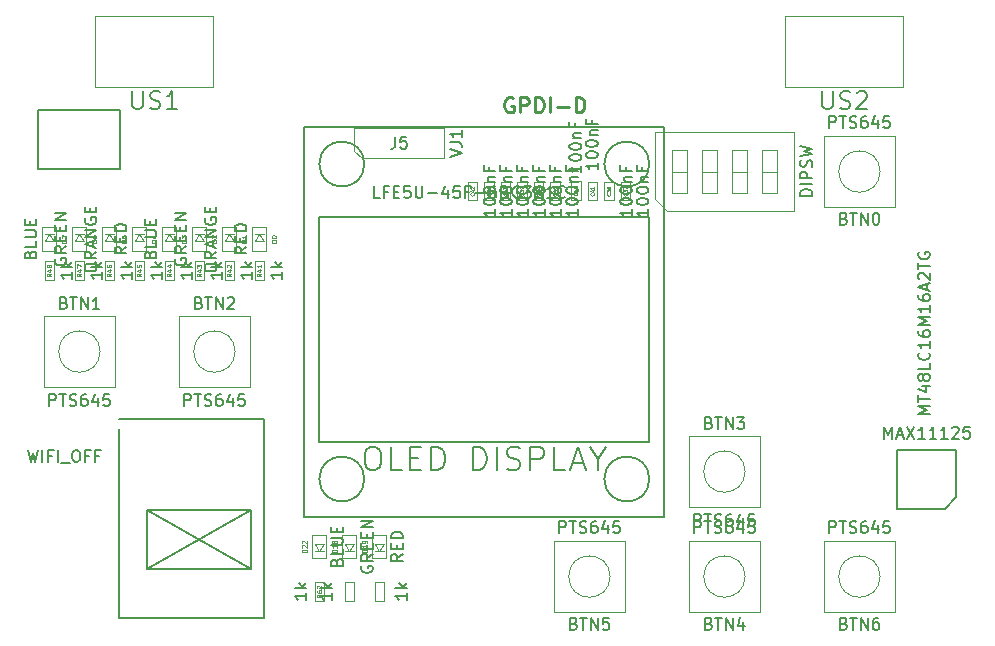
<source format=gbr>
G04 #@! TF.FileFunction,Other,Fab,Top*
%FSLAX46Y46*%
G04 Gerber Fmt 4.6, Leading zero omitted, Abs format (unit mm)*
G04 Created by KiCad (PCBNEW 4.0.7+dfsg1-1) date Mon Apr  2 15:36:29 2018*
%MOMM*%
%LPD*%
G01*
G04 APERTURE LIST*
%ADD10C,0.100000*%
%ADD11C,0.150000*%
%ADD12C,0.075000*%
%ADD13C,0.254000*%
G04 APERTURE END LIST*
D10*
X128786000Y-72360000D02*
X128786000Y-70455000D01*
X128786000Y-70455000D02*
X136406000Y-70455000D01*
X136406000Y-70455000D02*
X136406000Y-72995000D01*
X136406000Y-72995000D02*
X129421000Y-72995000D01*
X129421000Y-72995000D02*
X128786000Y-72360000D01*
X127990000Y-108880000D02*
X128790000Y-108880000D01*
X127990000Y-110480000D02*
X127990000Y-108880000D01*
X128790000Y-110480000D02*
X127990000Y-110480000D01*
X128790000Y-108880000D02*
X128790000Y-110480000D01*
X131330000Y-110480000D02*
X130530000Y-110480000D01*
X131330000Y-108880000D02*
X131330000Y-110480000D01*
X130530000Y-108880000D02*
X131330000Y-108880000D01*
X130530000Y-110480000D02*
X130530000Y-108880000D01*
X116880000Y-60925000D02*
X116880000Y-66925000D01*
X106880000Y-60925000D02*
X116880000Y-60925000D01*
X106880000Y-66925000D02*
X106880000Y-60925000D01*
X116880000Y-66925000D02*
X106880000Y-66925000D01*
X175300000Y-60925000D02*
X175300000Y-66925000D01*
X165300000Y-60925000D02*
X175300000Y-60925000D01*
X165300000Y-66925000D02*
X165300000Y-60925000D01*
X175300000Y-66925000D02*
X165300000Y-66925000D01*
D11*
X178785000Y-102655000D02*
X174785000Y-102655000D01*
X174785000Y-102655000D02*
X174785000Y-97655000D01*
X174785000Y-97655000D02*
X179785000Y-97655000D01*
X179785000Y-97655000D02*
X179785000Y-101655000D01*
X179785000Y-101655000D02*
X178785000Y-102655000D01*
X153790000Y-73485000D02*
G75*
G03X153790000Y-73485000I-1905000J0D01*
G01*
X129660000Y-73485000D02*
G75*
G03X129660000Y-73485000I-1905000J0D01*
G01*
X129660000Y-100155000D02*
G75*
G03X129660000Y-100155000I-1905000J0D01*
G01*
X153790000Y-100155000D02*
G75*
G03X153790000Y-100155000I-1905000J0D01*
G01*
X153790000Y-77930000D02*
X153790000Y-96980000D01*
X125850000Y-77930000D02*
X153790000Y-77930000D01*
X125850000Y-96980000D02*
X125850000Y-77930000D01*
X153790000Y-96980000D02*
X125850000Y-96980000D01*
X155060000Y-70310000D02*
X155060000Y-103330000D01*
X124580000Y-70310000D02*
X155060000Y-70310000D01*
X124580000Y-103330000D02*
X124580000Y-70310000D01*
X155060000Y-103330000D02*
X124580000Y-103330000D01*
D10*
X174570000Y-77120000D02*
X174570000Y-71120000D01*
X174570000Y-71120000D02*
X168570000Y-71120000D01*
X168570000Y-71120000D02*
X168570000Y-77120000D01*
X168570000Y-77120000D02*
X174570000Y-77120000D01*
X173320714Y-74120000D02*
G75*
G03X173320714Y-74120000I-1750714J0D01*
G01*
X102530000Y-86360000D02*
X102530000Y-92360000D01*
X102530000Y-92360000D02*
X108530000Y-92360000D01*
X108530000Y-92360000D02*
X108530000Y-86360000D01*
X108530000Y-86360000D02*
X102530000Y-86360000D01*
X107280714Y-89360000D02*
G75*
G03X107280714Y-89360000I-1750714J0D01*
G01*
X113960000Y-86360000D02*
X113960000Y-92360000D01*
X113960000Y-92360000D02*
X119960000Y-92360000D01*
X119960000Y-92360000D02*
X119960000Y-86360000D01*
X119960000Y-86360000D02*
X113960000Y-86360000D01*
X118710714Y-89360000D02*
G75*
G03X118710714Y-89360000I-1750714J0D01*
G01*
X157140000Y-96520000D02*
X157140000Y-102520000D01*
X157140000Y-102520000D02*
X163140000Y-102520000D01*
X163140000Y-102520000D02*
X163140000Y-96520000D01*
X163140000Y-96520000D02*
X157140000Y-96520000D01*
X161890714Y-99520000D02*
G75*
G03X161890714Y-99520000I-1750714J0D01*
G01*
X163140000Y-111410000D02*
X163140000Y-105410000D01*
X163140000Y-105410000D02*
X157140000Y-105410000D01*
X157140000Y-105410000D02*
X157140000Y-111410000D01*
X157140000Y-111410000D02*
X163140000Y-111410000D01*
X161890714Y-108410000D02*
G75*
G03X161890714Y-108410000I-1750714J0D01*
G01*
X151710000Y-111410000D02*
X151710000Y-105410000D01*
X151710000Y-105410000D02*
X145710000Y-105410000D01*
X145710000Y-105410000D02*
X145710000Y-111410000D01*
X145710000Y-111410000D02*
X151710000Y-111410000D01*
X150460714Y-108410000D02*
G75*
G03X150460714Y-108410000I-1750714J0D01*
G01*
X174570000Y-111410000D02*
X174570000Y-105410000D01*
X174570000Y-105410000D02*
X168570000Y-105410000D01*
X168570000Y-105410000D02*
X168570000Y-111410000D01*
X168570000Y-111410000D02*
X174570000Y-111410000D01*
X173320714Y-108410000D02*
G75*
G03X173320714Y-108410000I-1750714J0D01*
G01*
X154280000Y-76460000D02*
X154280000Y-70780000D01*
X154280000Y-70780000D02*
X166000000Y-70780000D01*
X166000000Y-70780000D02*
X166000000Y-77460000D01*
X166000000Y-77460000D02*
X155280000Y-77460000D01*
X155280000Y-77460000D02*
X154280000Y-76460000D01*
X155695000Y-75930000D02*
X156965000Y-75930000D01*
X156965000Y-75930000D02*
X156965000Y-72310000D01*
X156965000Y-72310000D02*
X155695000Y-72310000D01*
X155695000Y-72310000D02*
X155695000Y-75930000D01*
X155695000Y-74120000D02*
X156965000Y-74120000D01*
X158235000Y-75930000D02*
X159505000Y-75930000D01*
X159505000Y-75930000D02*
X159505000Y-72310000D01*
X159505000Y-72310000D02*
X158235000Y-72310000D01*
X158235000Y-72310000D02*
X158235000Y-75930000D01*
X158235000Y-74120000D02*
X159505000Y-74120000D01*
X160775000Y-75930000D02*
X162045000Y-75930000D01*
X162045000Y-75930000D02*
X162045000Y-72310000D01*
X162045000Y-72310000D02*
X160775000Y-72310000D01*
X160775000Y-72310000D02*
X160775000Y-75930000D01*
X160775000Y-74120000D02*
X162045000Y-74120000D01*
X163315000Y-75930000D02*
X164585000Y-75930000D01*
X164585000Y-75930000D02*
X164585000Y-72310000D01*
X164585000Y-72310000D02*
X163315000Y-72310000D01*
X163315000Y-72310000D02*
X163315000Y-75930000D01*
X163315000Y-74120000D02*
X164585000Y-74120000D01*
X125450000Y-106270000D02*
X126250000Y-106270000D01*
X125850000Y-106270000D02*
X125450000Y-105670000D01*
X126250000Y-105670000D02*
X125850000Y-106270000D01*
X125450000Y-105670000D02*
X126250000Y-105670000D01*
X126450000Y-104870000D02*
X126450000Y-106870000D01*
X125250000Y-104870000D02*
X126450000Y-104870000D01*
X125250000Y-106870000D02*
X125250000Y-104870000D01*
X126450000Y-106870000D02*
X125250000Y-106870000D01*
X125450000Y-108880000D02*
X126250000Y-108880000D01*
X125450000Y-110480000D02*
X125450000Y-108880000D01*
X126250000Y-110480000D02*
X125450000Y-110480000D01*
X126250000Y-108880000D02*
X126250000Y-110480000D01*
X127990000Y-106270000D02*
X128790000Y-106270000D01*
X128390000Y-106270000D02*
X127990000Y-105670000D01*
X128790000Y-105670000D02*
X128390000Y-106270000D01*
X127990000Y-105670000D02*
X128790000Y-105670000D01*
X128990000Y-104870000D02*
X128990000Y-106870000D01*
X127790000Y-104870000D02*
X128990000Y-104870000D01*
X127790000Y-106870000D02*
X127790000Y-104870000D01*
X128990000Y-106870000D02*
X127790000Y-106870000D01*
X121170000Y-79435000D02*
X120370000Y-79435000D01*
X120770000Y-79435000D02*
X121170000Y-80035000D01*
X120370000Y-80035000D02*
X120770000Y-79435000D01*
X121170000Y-80035000D02*
X120370000Y-80035000D01*
X120170000Y-80835000D02*
X120170000Y-78835000D01*
X121370000Y-80835000D02*
X120170000Y-80835000D01*
X121370000Y-78835000D02*
X121370000Y-80835000D01*
X120170000Y-78835000D02*
X121370000Y-78835000D01*
X118630000Y-79435000D02*
X117830000Y-79435000D01*
X118230000Y-79435000D02*
X118630000Y-80035000D01*
X117830000Y-80035000D02*
X118230000Y-79435000D01*
X118630000Y-80035000D02*
X117830000Y-80035000D01*
X117630000Y-80835000D02*
X117630000Y-78835000D01*
X118830000Y-80835000D02*
X117630000Y-80835000D01*
X118830000Y-78835000D02*
X118830000Y-80835000D01*
X117630000Y-78835000D02*
X118830000Y-78835000D01*
X116090000Y-79435000D02*
X115290000Y-79435000D01*
X115690000Y-79435000D02*
X116090000Y-80035000D01*
X115290000Y-80035000D02*
X115690000Y-79435000D01*
X116090000Y-80035000D02*
X115290000Y-80035000D01*
X115090000Y-80835000D02*
X115090000Y-78835000D01*
X116290000Y-80835000D02*
X115090000Y-80835000D01*
X116290000Y-78835000D02*
X116290000Y-80835000D01*
X115090000Y-78835000D02*
X116290000Y-78835000D01*
X113550000Y-79435000D02*
X112750000Y-79435000D01*
X113150000Y-79435000D02*
X113550000Y-80035000D01*
X112750000Y-80035000D02*
X113150000Y-79435000D01*
X113550000Y-80035000D02*
X112750000Y-80035000D01*
X112550000Y-80835000D02*
X112550000Y-78835000D01*
X113750000Y-80835000D02*
X112550000Y-80835000D01*
X113750000Y-78835000D02*
X113750000Y-80835000D01*
X112550000Y-78835000D02*
X113750000Y-78835000D01*
X111010000Y-79435000D02*
X110210000Y-79435000D01*
X110610000Y-79435000D02*
X111010000Y-80035000D01*
X110210000Y-80035000D02*
X110610000Y-79435000D01*
X111010000Y-80035000D02*
X110210000Y-80035000D01*
X110010000Y-80835000D02*
X110010000Y-78835000D01*
X111210000Y-80835000D02*
X110010000Y-80835000D01*
X111210000Y-78835000D02*
X111210000Y-80835000D01*
X110010000Y-78835000D02*
X111210000Y-78835000D01*
X108470000Y-79435000D02*
X107670000Y-79435000D01*
X108070000Y-79435000D02*
X108470000Y-80035000D01*
X107670000Y-80035000D02*
X108070000Y-79435000D01*
X108470000Y-80035000D02*
X107670000Y-80035000D01*
X107470000Y-80835000D02*
X107470000Y-78835000D01*
X108670000Y-80835000D02*
X107470000Y-80835000D01*
X108670000Y-78835000D02*
X108670000Y-80835000D01*
X107470000Y-78835000D02*
X108670000Y-78835000D01*
X105930000Y-79435000D02*
X105130000Y-79435000D01*
X105530000Y-79435000D02*
X105930000Y-80035000D01*
X105130000Y-80035000D02*
X105530000Y-79435000D01*
X105930000Y-80035000D02*
X105130000Y-80035000D01*
X104930000Y-80835000D02*
X104930000Y-78835000D01*
X106130000Y-80835000D02*
X104930000Y-80835000D01*
X106130000Y-78835000D02*
X106130000Y-80835000D01*
X104930000Y-78835000D02*
X106130000Y-78835000D01*
X103390000Y-79435000D02*
X102590000Y-79435000D01*
X102990000Y-79435000D02*
X103390000Y-80035000D01*
X102590000Y-80035000D02*
X102990000Y-79435000D01*
X103390000Y-80035000D02*
X102590000Y-80035000D01*
X102390000Y-80835000D02*
X102390000Y-78835000D01*
X103590000Y-80835000D02*
X102390000Y-80835000D01*
X103590000Y-78835000D02*
X103590000Y-80835000D01*
X102390000Y-78835000D02*
X103590000Y-78835000D01*
X130530000Y-106270000D02*
X131330000Y-106270000D01*
X130930000Y-106270000D02*
X130530000Y-105670000D01*
X131330000Y-105670000D02*
X130930000Y-106270000D01*
X130530000Y-105670000D02*
X131330000Y-105670000D01*
X131530000Y-104870000D02*
X131530000Y-106870000D01*
X130330000Y-104870000D02*
X131530000Y-104870000D01*
X130330000Y-106870000D02*
X130330000Y-104870000D01*
X131530000Y-106870000D02*
X130330000Y-106870000D01*
D11*
X120050000Y-102800000D02*
X111250000Y-107750000D01*
X120050000Y-107750000D02*
X111250000Y-102800000D01*
X120050000Y-102800000D02*
X120050000Y-107750000D01*
X111250000Y-102800000D02*
X111250000Y-107750000D01*
X111250000Y-107750000D02*
X120050000Y-107750000D01*
X120050000Y-102800000D02*
X111250000Y-102800000D01*
X121200000Y-95100000D02*
X108900000Y-95100000D01*
X121200000Y-111900000D02*
X121200000Y-95100000D01*
X108900000Y-111900000D02*
X121200000Y-111900000D01*
X108900000Y-95950000D02*
X108900000Y-111900000D01*
X109000000Y-68920000D02*
X109000000Y-73920000D01*
X102000000Y-68920000D02*
X109000000Y-68920000D01*
X102000000Y-73920000D02*
X102000000Y-68920000D01*
X109000000Y-73920000D02*
X102000000Y-73920000D01*
D10*
X121170000Y-83302000D02*
X120370000Y-83302000D01*
X121170000Y-81702000D02*
X121170000Y-83302000D01*
X120370000Y-81702000D02*
X121170000Y-81702000D01*
X120370000Y-83302000D02*
X120370000Y-81702000D01*
X118630000Y-83302000D02*
X117830000Y-83302000D01*
X118630000Y-81702000D02*
X118630000Y-83302000D01*
X117830000Y-81702000D02*
X118630000Y-81702000D01*
X117830000Y-83302000D02*
X117830000Y-81702000D01*
X116090000Y-83302000D02*
X115290000Y-83302000D01*
X116090000Y-81702000D02*
X116090000Y-83302000D01*
X115290000Y-81702000D02*
X116090000Y-81702000D01*
X115290000Y-83302000D02*
X115290000Y-81702000D01*
X113550000Y-83302000D02*
X112750000Y-83302000D01*
X113550000Y-81702000D02*
X113550000Y-83302000D01*
X112750000Y-81702000D02*
X113550000Y-81702000D01*
X112750000Y-83302000D02*
X112750000Y-81702000D01*
X111010000Y-83302000D02*
X110210000Y-83302000D01*
X111010000Y-81702000D02*
X111010000Y-83302000D01*
X110210000Y-81702000D02*
X111010000Y-81702000D01*
X110210000Y-83302000D02*
X110210000Y-81702000D01*
X108470000Y-83302000D02*
X107670000Y-83302000D01*
X108470000Y-81702000D02*
X108470000Y-83302000D01*
X107670000Y-81702000D02*
X108470000Y-81702000D01*
X107670000Y-83302000D02*
X107670000Y-81702000D01*
X105930000Y-83302000D02*
X105130000Y-83302000D01*
X105930000Y-81702000D02*
X105930000Y-83302000D01*
X105130000Y-81702000D02*
X105930000Y-81702000D01*
X105130000Y-83302000D02*
X105130000Y-81702000D01*
X103390000Y-83302000D02*
X102590000Y-83302000D01*
X103390000Y-81702000D02*
X103390000Y-83302000D01*
X102590000Y-81702000D02*
X103390000Y-81702000D01*
X102590000Y-83302000D02*
X102590000Y-81702000D01*
X149961000Y-76571000D02*
X149961000Y-74971000D01*
X149961000Y-74971000D02*
X150761000Y-74971000D01*
X150761000Y-74971000D02*
X150761000Y-76571000D01*
X150761000Y-76571000D02*
X149961000Y-76571000D01*
X151358000Y-76571000D02*
X151358000Y-74971000D01*
X151358000Y-74971000D02*
X152158000Y-74971000D01*
X152158000Y-74971000D02*
X152158000Y-76571000D01*
X152158000Y-76571000D02*
X151358000Y-76571000D01*
X139801000Y-76571000D02*
X139801000Y-74971000D01*
X139801000Y-74971000D02*
X140601000Y-74971000D01*
X140601000Y-74971000D02*
X140601000Y-76571000D01*
X140601000Y-76571000D02*
X139801000Y-76571000D01*
X142595000Y-76571000D02*
X142595000Y-74971000D01*
X142595000Y-74971000D02*
X143395000Y-74971000D01*
X143395000Y-74971000D02*
X143395000Y-76571000D01*
X143395000Y-76571000D02*
X142595000Y-76571000D01*
X145389000Y-76571000D02*
X145389000Y-74971000D01*
X145389000Y-74971000D02*
X146189000Y-74971000D01*
X146189000Y-74971000D02*
X146189000Y-76571000D01*
X146189000Y-76571000D02*
X145389000Y-76571000D01*
X148564000Y-76571000D02*
X148564000Y-74971000D01*
X148564000Y-74971000D02*
X149364000Y-74971000D01*
X149364000Y-74971000D02*
X149364000Y-76571000D01*
X149364000Y-76571000D02*
X148564000Y-76571000D01*
X138404000Y-76571000D02*
X138404000Y-74971000D01*
X138404000Y-74971000D02*
X139204000Y-74971000D01*
X139204000Y-74971000D02*
X139204000Y-76571000D01*
X139204000Y-76571000D02*
X138404000Y-76571000D01*
X141198000Y-76571000D02*
X141198000Y-74971000D01*
X141198000Y-74971000D02*
X141998000Y-74971000D01*
X141998000Y-74971000D02*
X141998000Y-76571000D01*
X141998000Y-76571000D02*
X141198000Y-76571000D01*
X143992000Y-76571000D02*
X143992000Y-74971000D01*
X143992000Y-74971000D02*
X144792000Y-74971000D01*
X144792000Y-74971000D02*
X144792000Y-76571000D01*
X144792000Y-76571000D02*
X143992000Y-76571000D01*
X147167000Y-76559000D02*
X147167000Y-74959000D01*
X147167000Y-74959000D02*
X147967000Y-74959000D01*
X147967000Y-74959000D02*
X147967000Y-76559000D01*
X147967000Y-76559000D02*
X147167000Y-76559000D01*
D11*
X136918381Y-72915476D02*
X137918381Y-72582143D01*
X136918381Y-72248809D01*
X136918381Y-71629761D02*
X137632667Y-71629761D01*
X137775524Y-71677381D01*
X137870762Y-71772619D01*
X137918381Y-71915476D01*
X137918381Y-72010714D01*
X137918381Y-70629761D02*
X137918381Y-71201190D01*
X137918381Y-70915476D02*
X136918381Y-70915476D01*
X137061238Y-71010714D01*
X137156476Y-71105952D01*
X137204095Y-71201190D01*
X132262667Y-71177381D02*
X132262667Y-71891667D01*
X132215047Y-72034524D01*
X132119809Y-72129762D01*
X131976952Y-72177381D01*
X131881714Y-72177381D01*
X133215048Y-71177381D02*
X132738857Y-71177381D01*
X132691238Y-71653571D01*
X132738857Y-71605952D01*
X132834095Y-71558333D01*
X133072191Y-71558333D01*
X133167429Y-71605952D01*
X133215048Y-71653571D01*
X133262667Y-71748810D01*
X133262667Y-71986905D01*
X133215048Y-72082143D01*
X133167429Y-72129762D01*
X133072191Y-72177381D01*
X132834095Y-72177381D01*
X132738857Y-72129762D01*
X132691238Y-72082143D01*
X101164762Y-97702381D02*
X101402857Y-98702381D01*
X101593334Y-97988095D01*
X101783810Y-98702381D01*
X102021905Y-97702381D01*
X102402857Y-98702381D02*
X102402857Y-97702381D01*
X103212381Y-98178571D02*
X102879047Y-98178571D01*
X102879047Y-98702381D02*
X102879047Y-97702381D01*
X103355238Y-97702381D01*
X103736190Y-98702381D02*
X103736190Y-97702381D01*
X103974285Y-98797619D02*
X104736190Y-98797619D01*
X105164761Y-97702381D02*
X105355238Y-97702381D01*
X105450476Y-97750000D01*
X105545714Y-97845238D01*
X105593333Y-98035714D01*
X105593333Y-98369048D01*
X105545714Y-98559524D01*
X105450476Y-98654762D01*
X105355238Y-98702381D01*
X105164761Y-98702381D01*
X105069523Y-98654762D01*
X104974285Y-98559524D01*
X104926666Y-98369048D01*
X104926666Y-98035714D01*
X104974285Y-97845238D01*
X105069523Y-97750000D01*
X105164761Y-97702381D01*
X106355238Y-98178571D02*
X106021904Y-98178571D01*
X106021904Y-98702381D02*
X106021904Y-97702381D01*
X106498095Y-97702381D01*
X107212381Y-98178571D02*
X106879047Y-98178571D01*
X106879047Y-98702381D02*
X106879047Y-97702381D01*
X107355238Y-97702381D01*
X126942381Y-109799047D02*
X126942381Y-110370476D01*
X126942381Y-110084762D02*
X125942381Y-110084762D01*
X126085238Y-110180000D01*
X126180476Y-110275238D01*
X126228095Y-110370476D01*
X126942381Y-109370476D02*
X125942381Y-109370476D01*
X126561429Y-109275238D02*
X126942381Y-108989523D01*
X126275714Y-108989523D02*
X126656667Y-109370476D01*
X133282381Y-109799047D02*
X133282381Y-110370476D01*
X133282381Y-110084762D02*
X132282381Y-110084762D01*
X132425238Y-110180000D01*
X132520476Y-110275238D01*
X132568095Y-110370476D01*
X133282381Y-109370476D02*
X132282381Y-109370476D01*
X132901429Y-109275238D02*
X133282381Y-108989523D01*
X132615714Y-108989523D02*
X132996667Y-109370476D01*
X110022858Y-67329571D02*
X110022858Y-68543857D01*
X110094286Y-68686714D01*
X110165715Y-68758143D01*
X110308572Y-68829571D01*
X110594286Y-68829571D01*
X110737144Y-68758143D01*
X110808572Y-68686714D01*
X110880001Y-68543857D01*
X110880001Y-67329571D01*
X111522858Y-68758143D02*
X111737144Y-68829571D01*
X112094287Y-68829571D01*
X112237144Y-68758143D01*
X112308573Y-68686714D01*
X112380001Y-68543857D01*
X112380001Y-68401000D01*
X112308573Y-68258143D01*
X112237144Y-68186714D01*
X112094287Y-68115286D01*
X111808573Y-68043857D01*
X111665715Y-67972429D01*
X111594287Y-67901000D01*
X111522858Y-67758143D01*
X111522858Y-67615286D01*
X111594287Y-67472429D01*
X111665715Y-67401000D01*
X111808573Y-67329571D01*
X112165715Y-67329571D01*
X112380001Y-67401000D01*
X113808572Y-68829571D02*
X112951429Y-68829571D01*
X113380001Y-68829571D02*
X113380001Y-67329571D01*
X113237144Y-67543857D01*
X113094286Y-67686714D01*
X112951429Y-67758143D01*
X168442858Y-67329571D02*
X168442858Y-68543857D01*
X168514286Y-68686714D01*
X168585715Y-68758143D01*
X168728572Y-68829571D01*
X169014286Y-68829571D01*
X169157144Y-68758143D01*
X169228572Y-68686714D01*
X169300001Y-68543857D01*
X169300001Y-67329571D01*
X169942858Y-68758143D02*
X170157144Y-68829571D01*
X170514287Y-68829571D01*
X170657144Y-68758143D01*
X170728573Y-68686714D01*
X170800001Y-68543857D01*
X170800001Y-68401000D01*
X170728573Y-68258143D01*
X170657144Y-68186714D01*
X170514287Y-68115286D01*
X170228573Y-68043857D01*
X170085715Y-67972429D01*
X170014287Y-67901000D01*
X169942858Y-67758143D01*
X169942858Y-67615286D01*
X170014287Y-67472429D01*
X170085715Y-67401000D01*
X170228573Y-67329571D01*
X170585715Y-67329571D01*
X170800001Y-67401000D01*
X171371429Y-67472429D02*
X171442858Y-67401000D01*
X171585715Y-67329571D01*
X171942858Y-67329571D01*
X172085715Y-67401000D01*
X172157144Y-67472429D01*
X172228572Y-67615286D01*
X172228572Y-67758143D01*
X172157144Y-67972429D01*
X171300001Y-68829571D01*
X172228572Y-68829571D01*
X173665952Y-96732381D02*
X173665952Y-95732381D01*
X173999286Y-96446667D01*
X174332619Y-95732381D01*
X174332619Y-96732381D01*
X174761190Y-96446667D02*
X175237381Y-96446667D01*
X174665952Y-96732381D02*
X174999285Y-95732381D01*
X175332619Y-96732381D01*
X175570714Y-95732381D02*
X176237381Y-96732381D01*
X176237381Y-95732381D02*
X175570714Y-96732381D01*
X177142143Y-96732381D02*
X176570714Y-96732381D01*
X176856428Y-96732381D02*
X176856428Y-95732381D01*
X176761190Y-95875238D01*
X176665952Y-95970476D01*
X176570714Y-96018095D01*
X178094524Y-96732381D02*
X177523095Y-96732381D01*
X177808809Y-96732381D02*
X177808809Y-95732381D01*
X177713571Y-95875238D01*
X177618333Y-95970476D01*
X177523095Y-96018095D01*
X179046905Y-96732381D02*
X178475476Y-96732381D01*
X178761190Y-96732381D02*
X178761190Y-95732381D01*
X178665952Y-95875238D01*
X178570714Y-95970476D01*
X178475476Y-96018095D01*
X179427857Y-95827619D02*
X179475476Y-95780000D01*
X179570714Y-95732381D01*
X179808810Y-95732381D01*
X179904048Y-95780000D01*
X179951667Y-95827619D01*
X179999286Y-95922857D01*
X179999286Y-96018095D01*
X179951667Y-96160952D01*
X179380238Y-96732381D01*
X179999286Y-96732381D01*
X180904048Y-95732381D02*
X180427857Y-95732381D01*
X180380238Y-96208571D01*
X180427857Y-96160952D01*
X180523095Y-96113333D01*
X180761191Y-96113333D01*
X180856429Y-96160952D01*
X180904048Y-96208571D01*
X180951667Y-96303810D01*
X180951667Y-96541905D01*
X180904048Y-96637143D01*
X180856429Y-96684762D01*
X180761191Y-96732381D01*
X180523095Y-96732381D01*
X180427857Y-96684762D01*
X180380238Y-96637143D01*
X130200952Y-97408762D02*
X130581904Y-97408762D01*
X130772380Y-97504000D01*
X130962857Y-97694476D01*
X131058095Y-98075429D01*
X131058095Y-98742095D01*
X130962857Y-99123048D01*
X130772380Y-99313524D01*
X130581904Y-99408762D01*
X130200952Y-99408762D01*
X130010476Y-99313524D01*
X129819999Y-99123048D01*
X129724761Y-98742095D01*
X129724761Y-98075429D01*
X129819999Y-97694476D01*
X130010476Y-97504000D01*
X130200952Y-97408762D01*
X132867618Y-99408762D02*
X131915237Y-99408762D01*
X131915237Y-97408762D01*
X133534285Y-98361143D02*
X134200952Y-98361143D01*
X134486666Y-99408762D02*
X133534285Y-99408762D01*
X133534285Y-97408762D01*
X134486666Y-97408762D01*
X135343809Y-99408762D02*
X135343809Y-97408762D01*
X135820000Y-97408762D01*
X136105714Y-97504000D01*
X136296190Y-97694476D01*
X136391429Y-97884952D01*
X136486667Y-98265905D01*
X136486667Y-98551619D01*
X136391429Y-98932571D01*
X136296190Y-99123048D01*
X136105714Y-99313524D01*
X135820000Y-99408762D01*
X135343809Y-99408762D01*
X138867619Y-99408762D02*
X138867619Y-97408762D01*
X139343810Y-97408762D01*
X139629524Y-97504000D01*
X139820000Y-97694476D01*
X139915239Y-97884952D01*
X140010477Y-98265905D01*
X140010477Y-98551619D01*
X139915239Y-98932571D01*
X139820000Y-99123048D01*
X139629524Y-99313524D01*
X139343810Y-99408762D01*
X138867619Y-99408762D01*
X140867619Y-99408762D02*
X140867619Y-97408762D01*
X141724762Y-99313524D02*
X142010477Y-99408762D01*
X142486667Y-99408762D01*
X142677143Y-99313524D01*
X142772381Y-99218286D01*
X142867620Y-99027810D01*
X142867620Y-98837333D01*
X142772381Y-98646857D01*
X142677143Y-98551619D01*
X142486667Y-98456381D01*
X142105715Y-98361143D01*
X141915239Y-98265905D01*
X141820000Y-98170667D01*
X141724762Y-97980190D01*
X141724762Y-97789714D01*
X141820000Y-97599238D01*
X141915239Y-97504000D01*
X142105715Y-97408762D01*
X142581905Y-97408762D01*
X142867620Y-97504000D01*
X143724762Y-99408762D02*
X143724762Y-97408762D01*
X144486667Y-97408762D01*
X144677143Y-97504000D01*
X144772382Y-97599238D01*
X144867620Y-97789714D01*
X144867620Y-98075429D01*
X144772382Y-98265905D01*
X144677143Y-98361143D01*
X144486667Y-98456381D01*
X143724762Y-98456381D01*
X146677143Y-99408762D02*
X145724762Y-99408762D01*
X145724762Y-97408762D01*
X147248572Y-98837333D02*
X148200953Y-98837333D01*
X147058096Y-99408762D02*
X147724763Y-97408762D01*
X148391430Y-99408762D01*
X149439049Y-98456381D02*
X149439049Y-99408762D01*
X148772382Y-97408762D02*
X149439049Y-98456381D01*
X150105716Y-97408762D01*
X169022381Y-70422381D02*
X169022381Y-69422381D01*
X169403334Y-69422381D01*
X169498572Y-69470000D01*
X169546191Y-69517619D01*
X169593810Y-69612857D01*
X169593810Y-69755714D01*
X169546191Y-69850952D01*
X169498572Y-69898571D01*
X169403334Y-69946190D01*
X169022381Y-69946190D01*
X169879524Y-69422381D02*
X170450953Y-69422381D01*
X170165238Y-70422381D02*
X170165238Y-69422381D01*
X170736667Y-70374762D02*
X170879524Y-70422381D01*
X171117620Y-70422381D01*
X171212858Y-70374762D01*
X171260477Y-70327143D01*
X171308096Y-70231905D01*
X171308096Y-70136667D01*
X171260477Y-70041429D01*
X171212858Y-69993810D01*
X171117620Y-69946190D01*
X170927143Y-69898571D01*
X170831905Y-69850952D01*
X170784286Y-69803333D01*
X170736667Y-69708095D01*
X170736667Y-69612857D01*
X170784286Y-69517619D01*
X170831905Y-69470000D01*
X170927143Y-69422381D01*
X171165239Y-69422381D01*
X171308096Y-69470000D01*
X172165239Y-69422381D02*
X171974762Y-69422381D01*
X171879524Y-69470000D01*
X171831905Y-69517619D01*
X171736667Y-69660476D01*
X171689048Y-69850952D01*
X171689048Y-70231905D01*
X171736667Y-70327143D01*
X171784286Y-70374762D01*
X171879524Y-70422381D01*
X172070001Y-70422381D01*
X172165239Y-70374762D01*
X172212858Y-70327143D01*
X172260477Y-70231905D01*
X172260477Y-69993810D01*
X172212858Y-69898571D01*
X172165239Y-69850952D01*
X172070001Y-69803333D01*
X171879524Y-69803333D01*
X171784286Y-69850952D01*
X171736667Y-69898571D01*
X171689048Y-69993810D01*
X173117620Y-69755714D02*
X173117620Y-70422381D01*
X172879524Y-69374762D02*
X172641429Y-70089048D01*
X173260477Y-70089048D01*
X174117620Y-69422381D02*
X173641429Y-69422381D01*
X173593810Y-69898571D01*
X173641429Y-69850952D01*
X173736667Y-69803333D01*
X173974763Y-69803333D01*
X174070001Y-69850952D01*
X174117620Y-69898571D01*
X174165239Y-69993810D01*
X174165239Y-70231905D01*
X174117620Y-70327143D01*
X174070001Y-70374762D01*
X173974763Y-70422381D01*
X173736667Y-70422381D01*
X173641429Y-70374762D01*
X173593810Y-70327143D01*
X170260477Y-78098571D02*
X170403334Y-78146190D01*
X170450953Y-78193810D01*
X170498572Y-78289048D01*
X170498572Y-78431905D01*
X170450953Y-78527143D01*
X170403334Y-78574762D01*
X170308096Y-78622381D01*
X169927143Y-78622381D01*
X169927143Y-77622381D01*
X170260477Y-77622381D01*
X170355715Y-77670000D01*
X170403334Y-77717619D01*
X170450953Y-77812857D01*
X170450953Y-77908095D01*
X170403334Y-78003333D01*
X170355715Y-78050952D01*
X170260477Y-78098571D01*
X169927143Y-78098571D01*
X170784286Y-77622381D02*
X171355715Y-77622381D01*
X171070000Y-78622381D02*
X171070000Y-77622381D01*
X171689048Y-78622381D02*
X171689048Y-77622381D01*
X172260477Y-78622381D01*
X172260477Y-77622381D01*
X172927143Y-77622381D02*
X173022382Y-77622381D01*
X173117620Y-77670000D01*
X173165239Y-77717619D01*
X173212858Y-77812857D01*
X173260477Y-78003333D01*
X173260477Y-78241429D01*
X173212858Y-78431905D01*
X173165239Y-78527143D01*
X173117620Y-78574762D01*
X173022382Y-78622381D01*
X172927143Y-78622381D01*
X172831905Y-78574762D01*
X172784286Y-78527143D01*
X172736667Y-78431905D01*
X172689048Y-78241429D01*
X172689048Y-78003333D01*
X172736667Y-77812857D01*
X172784286Y-77717619D01*
X172831905Y-77670000D01*
X172927143Y-77622381D01*
X102982381Y-93962381D02*
X102982381Y-92962381D01*
X103363334Y-92962381D01*
X103458572Y-93010000D01*
X103506191Y-93057619D01*
X103553810Y-93152857D01*
X103553810Y-93295714D01*
X103506191Y-93390952D01*
X103458572Y-93438571D01*
X103363334Y-93486190D01*
X102982381Y-93486190D01*
X103839524Y-92962381D02*
X104410953Y-92962381D01*
X104125238Y-93962381D02*
X104125238Y-92962381D01*
X104696667Y-93914762D02*
X104839524Y-93962381D01*
X105077620Y-93962381D01*
X105172858Y-93914762D01*
X105220477Y-93867143D01*
X105268096Y-93771905D01*
X105268096Y-93676667D01*
X105220477Y-93581429D01*
X105172858Y-93533810D01*
X105077620Y-93486190D01*
X104887143Y-93438571D01*
X104791905Y-93390952D01*
X104744286Y-93343333D01*
X104696667Y-93248095D01*
X104696667Y-93152857D01*
X104744286Y-93057619D01*
X104791905Y-93010000D01*
X104887143Y-92962381D01*
X105125239Y-92962381D01*
X105268096Y-93010000D01*
X106125239Y-92962381D02*
X105934762Y-92962381D01*
X105839524Y-93010000D01*
X105791905Y-93057619D01*
X105696667Y-93200476D01*
X105649048Y-93390952D01*
X105649048Y-93771905D01*
X105696667Y-93867143D01*
X105744286Y-93914762D01*
X105839524Y-93962381D01*
X106030001Y-93962381D01*
X106125239Y-93914762D01*
X106172858Y-93867143D01*
X106220477Y-93771905D01*
X106220477Y-93533810D01*
X106172858Y-93438571D01*
X106125239Y-93390952D01*
X106030001Y-93343333D01*
X105839524Y-93343333D01*
X105744286Y-93390952D01*
X105696667Y-93438571D01*
X105649048Y-93533810D01*
X107077620Y-93295714D02*
X107077620Y-93962381D01*
X106839524Y-92914762D02*
X106601429Y-93629048D01*
X107220477Y-93629048D01*
X108077620Y-92962381D02*
X107601429Y-92962381D01*
X107553810Y-93438571D01*
X107601429Y-93390952D01*
X107696667Y-93343333D01*
X107934763Y-93343333D01*
X108030001Y-93390952D01*
X108077620Y-93438571D01*
X108125239Y-93533810D01*
X108125239Y-93771905D01*
X108077620Y-93867143D01*
X108030001Y-93914762D01*
X107934763Y-93962381D01*
X107696667Y-93962381D01*
X107601429Y-93914762D01*
X107553810Y-93867143D01*
X104220477Y-85238571D02*
X104363334Y-85286190D01*
X104410953Y-85333810D01*
X104458572Y-85429048D01*
X104458572Y-85571905D01*
X104410953Y-85667143D01*
X104363334Y-85714762D01*
X104268096Y-85762381D01*
X103887143Y-85762381D01*
X103887143Y-84762381D01*
X104220477Y-84762381D01*
X104315715Y-84810000D01*
X104363334Y-84857619D01*
X104410953Y-84952857D01*
X104410953Y-85048095D01*
X104363334Y-85143333D01*
X104315715Y-85190952D01*
X104220477Y-85238571D01*
X103887143Y-85238571D01*
X104744286Y-84762381D02*
X105315715Y-84762381D01*
X105030000Y-85762381D02*
X105030000Y-84762381D01*
X105649048Y-85762381D02*
X105649048Y-84762381D01*
X106220477Y-85762381D01*
X106220477Y-84762381D01*
X107220477Y-85762381D02*
X106649048Y-85762381D01*
X106934762Y-85762381D02*
X106934762Y-84762381D01*
X106839524Y-84905238D01*
X106744286Y-85000476D01*
X106649048Y-85048095D01*
X114412381Y-93962381D02*
X114412381Y-92962381D01*
X114793334Y-92962381D01*
X114888572Y-93010000D01*
X114936191Y-93057619D01*
X114983810Y-93152857D01*
X114983810Y-93295714D01*
X114936191Y-93390952D01*
X114888572Y-93438571D01*
X114793334Y-93486190D01*
X114412381Y-93486190D01*
X115269524Y-92962381D02*
X115840953Y-92962381D01*
X115555238Y-93962381D02*
X115555238Y-92962381D01*
X116126667Y-93914762D02*
X116269524Y-93962381D01*
X116507620Y-93962381D01*
X116602858Y-93914762D01*
X116650477Y-93867143D01*
X116698096Y-93771905D01*
X116698096Y-93676667D01*
X116650477Y-93581429D01*
X116602858Y-93533810D01*
X116507620Y-93486190D01*
X116317143Y-93438571D01*
X116221905Y-93390952D01*
X116174286Y-93343333D01*
X116126667Y-93248095D01*
X116126667Y-93152857D01*
X116174286Y-93057619D01*
X116221905Y-93010000D01*
X116317143Y-92962381D01*
X116555239Y-92962381D01*
X116698096Y-93010000D01*
X117555239Y-92962381D02*
X117364762Y-92962381D01*
X117269524Y-93010000D01*
X117221905Y-93057619D01*
X117126667Y-93200476D01*
X117079048Y-93390952D01*
X117079048Y-93771905D01*
X117126667Y-93867143D01*
X117174286Y-93914762D01*
X117269524Y-93962381D01*
X117460001Y-93962381D01*
X117555239Y-93914762D01*
X117602858Y-93867143D01*
X117650477Y-93771905D01*
X117650477Y-93533810D01*
X117602858Y-93438571D01*
X117555239Y-93390952D01*
X117460001Y-93343333D01*
X117269524Y-93343333D01*
X117174286Y-93390952D01*
X117126667Y-93438571D01*
X117079048Y-93533810D01*
X118507620Y-93295714D02*
X118507620Y-93962381D01*
X118269524Y-92914762D02*
X118031429Y-93629048D01*
X118650477Y-93629048D01*
X119507620Y-92962381D02*
X119031429Y-92962381D01*
X118983810Y-93438571D01*
X119031429Y-93390952D01*
X119126667Y-93343333D01*
X119364763Y-93343333D01*
X119460001Y-93390952D01*
X119507620Y-93438571D01*
X119555239Y-93533810D01*
X119555239Y-93771905D01*
X119507620Y-93867143D01*
X119460001Y-93914762D01*
X119364763Y-93962381D01*
X119126667Y-93962381D01*
X119031429Y-93914762D01*
X118983810Y-93867143D01*
X115650477Y-85238571D02*
X115793334Y-85286190D01*
X115840953Y-85333810D01*
X115888572Y-85429048D01*
X115888572Y-85571905D01*
X115840953Y-85667143D01*
X115793334Y-85714762D01*
X115698096Y-85762381D01*
X115317143Y-85762381D01*
X115317143Y-84762381D01*
X115650477Y-84762381D01*
X115745715Y-84810000D01*
X115793334Y-84857619D01*
X115840953Y-84952857D01*
X115840953Y-85048095D01*
X115793334Y-85143333D01*
X115745715Y-85190952D01*
X115650477Y-85238571D01*
X115317143Y-85238571D01*
X116174286Y-84762381D02*
X116745715Y-84762381D01*
X116460000Y-85762381D02*
X116460000Y-84762381D01*
X117079048Y-85762381D02*
X117079048Y-84762381D01*
X117650477Y-85762381D01*
X117650477Y-84762381D01*
X118079048Y-84857619D02*
X118126667Y-84810000D01*
X118221905Y-84762381D01*
X118460001Y-84762381D01*
X118555239Y-84810000D01*
X118602858Y-84857619D01*
X118650477Y-84952857D01*
X118650477Y-85048095D01*
X118602858Y-85190952D01*
X118031429Y-85762381D01*
X118650477Y-85762381D01*
X157592381Y-104122381D02*
X157592381Y-103122381D01*
X157973334Y-103122381D01*
X158068572Y-103170000D01*
X158116191Y-103217619D01*
X158163810Y-103312857D01*
X158163810Y-103455714D01*
X158116191Y-103550952D01*
X158068572Y-103598571D01*
X157973334Y-103646190D01*
X157592381Y-103646190D01*
X158449524Y-103122381D02*
X159020953Y-103122381D01*
X158735238Y-104122381D02*
X158735238Y-103122381D01*
X159306667Y-104074762D02*
X159449524Y-104122381D01*
X159687620Y-104122381D01*
X159782858Y-104074762D01*
X159830477Y-104027143D01*
X159878096Y-103931905D01*
X159878096Y-103836667D01*
X159830477Y-103741429D01*
X159782858Y-103693810D01*
X159687620Y-103646190D01*
X159497143Y-103598571D01*
X159401905Y-103550952D01*
X159354286Y-103503333D01*
X159306667Y-103408095D01*
X159306667Y-103312857D01*
X159354286Y-103217619D01*
X159401905Y-103170000D01*
X159497143Y-103122381D01*
X159735239Y-103122381D01*
X159878096Y-103170000D01*
X160735239Y-103122381D02*
X160544762Y-103122381D01*
X160449524Y-103170000D01*
X160401905Y-103217619D01*
X160306667Y-103360476D01*
X160259048Y-103550952D01*
X160259048Y-103931905D01*
X160306667Y-104027143D01*
X160354286Y-104074762D01*
X160449524Y-104122381D01*
X160640001Y-104122381D01*
X160735239Y-104074762D01*
X160782858Y-104027143D01*
X160830477Y-103931905D01*
X160830477Y-103693810D01*
X160782858Y-103598571D01*
X160735239Y-103550952D01*
X160640001Y-103503333D01*
X160449524Y-103503333D01*
X160354286Y-103550952D01*
X160306667Y-103598571D01*
X160259048Y-103693810D01*
X161687620Y-103455714D02*
X161687620Y-104122381D01*
X161449524Y-103074762D02*
X161211429Y-103789048D01*
X161830477Y-103789048D01*
X162687620Y-103122381D02*
X162211429Y-103122381D01*
X162163810Y-103598571D01*
X162211429Y-103550952D01*
X162306667Y-103503333D01*
X162544763Y-103503333D01*
X162640001Y-103550952D01*
X162687620Y-103598571D01*
X162735239Y-103693810D01*
X162735239Y-103931905D01*
X162687620Y-104027143D01*
X162640001Y-104074762D01*
X162544763Y-104122381D01*
X162306667Y-104122381D01*
X162211429Y-104074762D01*
X162163810Y-104027143D01*
X158830477Y-95398571D02*
X158973334Y-95446190D01*
X159020953Y-95493810D01*
X159068572Y-95589048D01*
X159068572Y-95731905D01*
X159020953Y-95827143D01*
X158973334Y-95874762D01*
X158878096Y-95922381D01*
X158497143Y-95922381D01*
X158497143Y-94922381D01*
X158830477Y-94922381D01*
X158925715Y-94970000D01*
X158973334Y-95017619D01*
X159020953Y-95112857D01*
X159020953Y-95208095D01*
X158973334Y-95303333D01*
X158925715Y-95350952D01*
X158830477Y-95398571D01*
X158497143Y-95398571D01*
X159354286Y-94922381D02*
X159925715Y-94922381D01*
X159640000Y-95922381D02*
X159640000Y-94922381D01*
X160259048Y-95922381D02*
X160259048Y-94922381D01*
X160830477Y-95922381D01*
X160830477Y-94922381D01*
X161211429Y-94922381D02*
X161830477Y-94922381D01*
X161497143Y-95303333D01*
X161640001Y-95303333D01*
X161735239Y-95350952D01*
X161782858Y-95398571D01*
X161830477Y-95493810D01*
X161830477Y-95731905D01*
X161782858Y-95827143D01*
X161735239Y-95874762D01*
X161640001Y-95922381D01*
X161354286Y-95922381D01*
X161259048Y-95874762D01*
X161211429Y-95827143D01*
X157592381Y-104712381D02*
X157592381Y-103712381D01*
X157973334Y-103712381D01*
X158068572Y-103760000D01*
X158116191Y-103807619D01*
X158163810Y-103902857D01*
X158163810Y-104045714D01*
X158116191Y-104140952D01*
X158068572Y-104188571D01*
X157973334Y-104236190D01*
X157592381Y-104236190D01*
X158449524Y-103712381D02*
X159020953Y-103712381D01*
X158735238Y-104712381D02*
X158735238Y-103712381D01*
X159306667Y-104664762D02*
X159449524Y-104712381D01*
X159687620Y-104712381D01*
X159782858Y-104664762D01*
X159830477Y-104617143D01*
X159878096Y-104521905D01*
X159878096Y-104426667D01*
X159830477Y-104331429D01*
X159782858Y-104283810D01*
X159687620Y-104236190D01*
X159497143Y-104188571D01*
X159401905Y-104140952D01*
X159354286Y-104093333D01*
X159306667Y-103998095D01*
X159306667Y-103902857D01*
X159354286Y-103807619D01*
X159401905Y-103760000D01*
X159497143Y-103712381D01*
X159735239Y-103712381D01*
X159878096Y-103760000D01*
X160735239Y-103712381D02*
X160544762Y-103712381D01*
X160449524Y-103760000D01*
X160401905Y-103807619D01*
X160306667Y-103950476D01*
X160259048Y-104140952D01*
X160259048Y-104521905D01*
X160306667Y-104617143D01*
X160354286Y-104664762D01*
X160449524Y-104712381D01*
X160640001Y-104712381D01*
X160735239Y-104664762D01*
X160782858Y-104617143D01*
X160830477Y-104521905D01*
X160830477Y-104283810D01*
X160782858Y-104188571D01*
X160735239Y-104140952D01*
X160640001Y-104093333D01*
X160449524Y-104093333D01*
X160354286Y-104140952D01*
X160306667Y-104188571D01*
X160259048Y-104283810D01*
X161687620Y-104045714D02*
X161687620Y-104712381D01*
X161449524Y-103664762D02*
X161211429Y-104379048D01*
X161830477Y-104379048D01*
X162687620Y-103712381D02*
X162211429Y-103712381D01*
X162163810Y-104188571D01*
X162211429Y-104140952D01*
X162306667Y-104093333D01*
X162544763Y-104093333D01*
X162640001Y-104140952D01*
X162687620Y-104188571D01*
X162735239Y-104283810D01*
X162735239Y-104521905D01*
X162687620Y-104617143D01*
X162640001Y-104664762D01*
X162544763Y-104712381D01*
X162306667Y-104712381D01*
X162211429Y-104664762D01*
X162163810Y-104617143D01*
X158830477Y-112388571D02*
X158973334Y-112436190D01*
X159020953Y-112483810D01*
X159068572Y-112579048D01*
X159068572Y-112721905D01*
X159020953Y-112817143D01*
X158973334Y-112864762D01*
X158878096Y-112912381D01*
X158497143Y-112912381D01*
X158497143Y-111912381D01*
X158830477Y-111912381D01*
X158925715Y-111960000D01*
X158973334Y-112007619D01*
X159020953Y-112102857D01*
X159020953Y-112198095D01*
X158973334Y-112293333D01*
X158925715Y-112340952D01*
X158830477Y-112388571D01*
X158497143Y-112388571D01*
X159354286Y-111912381D02*
X159925715Y-111912381D01*
X159640000Y-112912381D02*
X159640000Y-111912381D01*
X160259048Y-112912381D02*
X160259048Y-111912381D01*
X160830477Y-112912381D01*
X160830477Y-111912381D01*
X161735239Y-112245714D02*
X161735239Y-112912381D01*
X161497143Y-111864762D02*
X161259048Y-112579048D01*
X161878096Y-112579048D01*
X146162381Y-104712381D02*
X146162381Y-103712381D01*
X146543334Y-103712381D01*
X146638572Y-103760000D01*
X146686191Y-103807619D01*
X146733810Y-103902857D01*
X146733810Y-104045714D01*
X146686191Y-104140952D01*
X146638572Y-104188571D01*
X146543334Y-104236190D01*
X146162381Y-104236190D01*
X147019524Y-103712381D02*
X147590953Y-103712381D01*
X147305238Y-104712381D02*
X147305238Y-103712381D01*
X147876667Y-104664762D02*
X148019524Y-104712381D01*
X148257620Y-104712381D01*
X148352858Y-104664762D01*
X148400477Y-104617143D01*
X148448096Y-104521905D01*
X148448096Y-104426667D01*
X148400477Y-104331429D01*
X148352858Y-104283810D01*
X148257620Y-104236190D01*
X148067143Y-104188571D01*
X147971905Y-104140952D01*
X147924286Y-104093333D01*
X147876667Y-103998095D01*
X147876667Y-103902857D01*
X147924286Y-103807619D01*
X147971905Y-103760000D01*
X148067143Y-103712381D01*
X148305239Y-103712381D01*
X148448096Y-103760000D01*
X149305239Y-103712381D02*
X149114762Y-103712381D01*
X149019524Y-103760000D01*
X148971905Y-103807619D01*
X148876667Y-103950476D01*
X148829048Y-104140952D01*
X148829048Y-104521905D01*
X148876667Y-104617143D01*
X148924286Y-104664762D01*
X149019524Y-104712381D01*
X149210001Y-104712381D01*
X149305239Y-104664762D01*
X149352858Y-104617143D01*
X149400477Y-104521905D01*
X149400477Y-104283810D01*
X149352858Y-104188571D01*
X149305239Y-104140952D01*
X149210001Y-104093333D01*
X149019524Y-104093333D01*
X148924286Y-104140952D01*
X148876667Y-104188571D01*
X148829048Y-104283810D01*
X150257620Y-104045714D02*
X150257620Y-104712381D01*
X150019524Y-103664762D02*
X149781429Y-104379048D01*
X150400477Y-104379048D01*
X151257620Y-103712381D02*
X150781429Y-103712381D01*
X150733810Y-104188571D01*
X150781429Y-104140952D01*
X150876667Y-104093333D01*
X151114763Y-104093333D01*
X151210001Y-104140952D01*
X151257620Y-104188571D01*
X151305239Y-104283810D01*
X151305239Y-104521905D01*
X151257620Y-104617143D01*
X151210001Y-104664762D01*
X151114763Y-104712381D01*
X150876667Y-104712381D01*
X150781429Y-104664762D01*
X150733810Y-104617143D01*
X147400477Y-112388571D02*
X147543334Y-112436190D01*
X147590953Y-112483810D01*
X147638572Y-112579048D01*
X147638572Y-112721905D01*
X147590953Y-112817143D01*
X147543334Y-112864762D01*
X147448096Y-112912381D01*
X147067143Y-112912381D01*
X147067143Y-111912381D01*
X147400477Y-111912381D01*
X147495715Y-111960000D01*
X147543334Y-112007619D01*
X147590953Y-112102857D01*
X147590953Y-112198095D01*
X147543334Y-112293333D01*
X147495715Y-112340952D01*
X147400477Y-112388571D01*
X147067143Y-112388571D01*
X147924286Y-111912381D02*
X148495715Y-111912381D01*
X148210000Y-112912381D02*
X148210000Y-111912381D01*
X148829048Y-112912381D02*
X148829048Y-111912381D01*
X149400477Y-112912381D01*
X149400477Y-111912381D01*
X150352858Y-111912381D02*
X149876667Y-111912381D01*
X149829048Y-112388571D01*
X149876667Y-112340952D01*
X149971905Y-112293333D01*
X150210001Y-112293333D01*
X150305239Y-112340952D01*
X150352858Y-112388571D01*
X150400477Y-112483810D01*
X150400477Y-112721905D01*
X150352858Y-112817143D01*
X150305239Y-112864762D01*
X150210001Y-112912381D01*
X149971905Y-112912381D01*
X149876667Y-112864762D01*
X149829048Y-112817143D01*
X169022381Y-104712381D02*
X169022381Y-103712381D01*
X169403334Y-103712381D01*
X169498572Y-103760000D01*
X169546191Y-103807619D01*
X169593810Y-103902857D01*
X169593810Y-104045714D01*
X169546191Y-104140952D01*
X169498572Y-104188571D01*
X169403334Y-104236190D01*
X169022381Y-104236190D01*
X169879524Y-103712381D02*
X170450953Y-103712381D01*
X170165238Y-104712381D02*
X170165238Y-103712381D01*
X170736667Y-104664762D02*
X170879524Y-104712381D01*
X171117620Y-104712381D01*
X171212858Y-104664762D01*
X171260477Y-104617143D01*
X171308096Y-104521905D01*
X171308096Y-104426667D01*
X171260477Y-104331429D01*
X171212858Y-104283810D01*
X171117620Y-104236190D01*
X170927143Y-104188571D01*
X170831905Y-104140952D01*
X170784286Y-104093333D01*
X170736667Y-103998095D01*
X170736667Y-103902857D01*
X170784286Y-103807619D01*
X170831905Y-103760000D01*
X170927143Y-103712381D01*
X171165239Y-103712381D01*
X171308096Y-103760000D01*
X172165239Y-103712381D02*
X171974762Y-103712381D01*
X171879524Y-103760000D01*
X171831905Y-103807619D01*
X171736667Y-103950476D01*
X171689048Y-104140952D01*
X171689048Y-104521905D01*
X171736667Y-104617143D01*
X171784286Y-104664762D01*
X171879524Y-104712381D01*
X172070001Y-104712381D01*
X172165239Y-104664762D01*
X172212858Y-104617143D01*
X172260477Y-104521905D01*
X172260477Y-104283810D01*
X172212858Y-104188571D01*
X172165239Y-104140952D01*
X172070001Y-104093333D01*
X171879524Y-104093333D01*
X171784286Y-104140952D01*
X171736667Y-104188571D01*
X171689048Y-104283810D01*
X173117620Y-104045714D02*
X173117620Y-104712381D01*
X172879524Y-103664762D02*
X172641429Y-104379048D01*
X173260477Y-104379048D01*
X174117620Y-103712381D02*
X173641429Y-103712381D01*
X173593810Y-104188571D01*
X173641429Y-104140952D01*
X173736667Y-104093333D01*
X173974763Y-104093333D01*
X174070001Y-104140952D01*
X174117620Y-104188571D01*
X174165239Y-104283810D01*
X174165239Y-104521905D01*
X174117620Y-104617143D01*
X174070001Y-104664762D01*
X173974763Y-104712381D01*
X173736667Y-104712381D01*
X173641429Y-104664762D01*
X173593810Y-104617143D01*
X170260477Y-112388571D02*
X170403334Y-112436190D01*
X170450953Y-112483810D01*
X170498572Y-112579048D01*
X170498572Y-112721905D01*
X170450953Y-112817143D01*
X170403334Y-112864762D01*
X170308096Y-112912381D01*
X169927143Y-112912381D01*
X169927143Y-111912381D01*
X170260477Y-111912381D01*
X170355715Y-111960000D01*
X170403334Y-112007619D01*
X170450953Y-112102857D01*
X170450953Y-112198095D01*
X170403334Y-112293333D01*
X170355715Y-112340952D01*
X170260477Y-112388571D01*
X169927143Y-112388571D01*
X170784286Y-111912381D02*
X171355715Y-111912381D01*
X171070000Y-112912381D02*
X171070000Y-111912381D01*
X171689048Y-112912381D02*
X171689048Y-111912381D01*
X172260477Y-112912381D01*
X172260477Y-111912381D01*
X173165239Y-111912381D02*
X172974762Y-111912381D01*
X172879524Y-111960000D01*
X172831905Y-112007619D01*
X172736667Y-112150476D01*
X172689048Y-112340952D01*
X172689048Y-112721905D01*
X172736667Y-112817143D01*
X172784286Y-112864762D01*
X172879524Y-112912381D01*
X173070001Y-112912381D01*
X173165239Y-112864762D01*
X173212858Y-112817143D01*
X173260477Y-112721905D01*
X173260477Y-112483810D01*
X173212858Y-112388571D01*
X173165239Y-112340952D01*
X173070001Y-112293333D01*
X172879524Y-112293333D01*
X172784286Y-112340952D01*
X172736667Y-112388571D01*
X172689048Y-112483810D01*
X167572381Y-76167619D02*
X166572381Y-76167619D01*
X166572381Y-75929524D01*
X166620000Y-75786666D01*
X166715238Y-75691428D01*
X166810476Y-75643809D01*
X167000952Y-75596190D01*
X167143810Y-75596190D01*
X167334286Y-75643809D01*
X167429524Y-75691428D01*
X167524762Y-75786666D01*
X167572381Y-75929524D01*
X167572381Y-76167619D01*
X167572381Y-75167619D02*
X166572381Y-75167619D01*
X167572381Y-74691429D02*
X166572381Y-74691429D01*
X166572381Y-74310476D01*
X166620000Y-74215238D01*
X166667619Y-74167619D01*
X166762857Y-74120000D01*
X166905714Y-74120000D01*
X167000952Y-74167619D01*
X167048571Y-74215238D01*
X167096190Y-74310476D01*
X167096190Y-74691429D01*
X167524762Y-73739048D02*
X167572381Y-73596191D01*
X167572381Y-73358095D01*
X167524762Y-73262857D01*
X167477143Y-73215238D01*
X167381905Y-73167619D01*
X167286667Y-73167619D01*
X167191429Y-73215238D01*
X167143810Y-73262857D01*
X167096190Y-73358095D01*
X167048571Y-73548572D01*
X167000952Y-73643810D01*
X166953333Y-73691429D01*
X166858095Y-73739048D01*
X166762857Y-73739048D01*
X166667619Y-73691429D01*
X166620000Y-73643810D01*
X166572381Y-73548572D01*
X166572381Y-73310476D01*
X166620000Y-73167619D01*
X166572381Y-72834286D02*
X167572381Y-72596191D01*
X166858095Y-72405714D01*
X167572381Y-72215238D01*
X166572381Y-71977143D01*
X130954762Y-76350381D02*
X130478571Y-76350381D01*
X130478571Y-75350381D01*
X131621429Y-75826571D02*
X131288095Y-75826571D01*
X131288095Y-76350381D02*
X131288095Y-75350381D01*
X131764286Y-75350381D01*
X132145238Y-75826571D02*
X132478572Y-75826571D01*
X132621429Y-76350381D02*
X132145238Y-76350381D01*
X132145238Y-75350381D01*
X132621429Y-75350381D01*
X133526191Y-75350381D02*
X133050000Y-75350381D01*
X133002381Y-75826571D01*
X133050000Y-75778952D01*
X133145238Y-75731333D01*
X133383334Y-75731333D01*
X133478572Y-75778952D01*
X133526191Y-75826571D01*
X133573810Y-75921810D01*
X133573810Y-76159905D01*
X133526191Y-76255143D01*
X133478572Y-76302762D01*
X133383334Y-76350381D01*
X133145238Y-76350381D01*
X133050000Y-76302762D01*
X133002381Y-76255143D01*
X134002381Y-75350381D02*
X134002381Y-76159905D01*
X134050000Y-76255143D01*
X134097619Y-76302762D01*
X134192857Y-76350381D01*
X134383334Y-76350381D01*
X134478572Y-76302762D01*
X134526191Y-76255143D01*
X134573810Y-76159905D01*
X134573810Y-75350381D01*
X135050000Y-75969429D02*
X135811905Y-75969429D01*
X136716667Y-75683714D02*
X136716667Y-76350381D01*
X136478571Y-75302762D02*
X136240476Y-76017048D01*
X136859524Y-76017048D01*
X137716667Y-75350381D02*
X137240476Y-75350381D01*
X137192857Y-75826571D01*
X137240476Y-75778952D01*
X137335714Y-75731333D01*
X137573810Y-75731333D01*
X137669048Y-75778952D01*
X137716667Y-75826571D01*
X137764286Y-75921810D01*
X137764286Y-76159905D01*
X137716667Y-76255143D01*
X137669048Y-76302762D01*
X137573810Y-76350381D01*
X137335714Y-76350381D01*
X137240476Y-76302762D01*
X137192857Y-76255143D01*
X138526191Y-75826571D02*
X138192857Y-75826571D01*
X138192857Y-76350381D02*
X138192857Y-75350381D01*
X138669048Y-75350381D01*
X139050000Y-75969429D02*
X139811905Y-75969429D01*
X140716667Y-75350381D02*
X140526190Y-75350381D01*
X140430952Y-75398000D01*
X140383333Y-75445619D01*
X140288095Y-75588476D01*
X140240476Y-75778952D01*
X140240476Y-76159905D01*
X140288095Y-76255143D01*
X140335714Y-76302762D01*
X140430952Y-76350381D01*
X140621429Y-76350381D01*
X140716667Y-76302762D01*
X140764286Y-76255143D01*
X140811905Y-76159905D01*
X140811905Y-75921810D01*
X140764286Y-75826571D01*
X140716667Y-75778952D01*
X140621429Y-75731333D01*
X140430952Y-75731333D01*
X140335714Y-75778952D01*
X140288095Y-75826571D01*
X140240476Y-75921810D01*
X141573810Y-75826571D02*
X141716667Y-75874190D01*
X141764286Y-75921810D01*
X141811905Y-76017048D01*
X141811905Y-76159905D01*
X141764286Y-76255143D01*
X141716667Y-76302762D01*
X141621429Y-76350381D01*
X141240476Y-76350381D01*
X141240476Y-75350381D01*
X141573810Y-75350381D01*
X141669048Y-75398000D01*
X141716667Y-75445619D01*
X141764286Y-75540857D01*
X141764286Y-75636095D01*
X141716667Y-75731333D01*
X141669048Y-75778952D01*
X141573810Y-75826571D01*
X141240476Y-75826571D01*
X142764286Y-75398000D02*
X142669048Y-75350381D01*
X142526191Y-75350381D01*
X142383333Y-75398000D01*
X142288095Y-75493238D01*
X142240476Y-75588476D01*
X142192857Y-75778952D01*
X142192857Y-75921810D01*
X142240476Y-76112286D01*
X142288095Y-76207524D01*
X142383333Y-76302762D01*
X142526191Y-76350381D01*
X142621429Y-76350381D01*
X142764286Y-76302762D01*
X142811905Y-76255143D01*
X142811905Y-75921810D01*
X142621429Y-75921810D01*
X143145238Y-75350381D02*
X143764286Y-75350381D01*
X143430952Y-75731333D01*
X143573810Y-75731333D01*
X143669048Y-75778952D01*
X143716667Y-75826571D01*
X143764286Y-75921810D01*
X143764286Y-76159905D01*
X143716667Y-76255143D01*
X143669048Y-76302762D01*
X143573810Y-76350381D01*
X143288095Y-76350381D01*
X143192857Y-76302762D01*
X143145238Y-76255143D01*
X144335714Y-75778952D02*
X144240476Y-75731333D01*
X144192857Y-75683714D01*
X144145238Y-75588476D01*
X144145238Y-75540857D01*
X144192857Y-75445619D01*
X144240476Y-75398000D01*
X144335714Y-75350381D01*
X144526191Y-75350381D01*
X144621429Y-75398000D01*
X144669048Y-75445619D01*
X144716667Y-75540857D01*
X144716667Y-75588476D01*
X144669048Y-75683714D01*
X144621429Y-75731333D01*
X144526191Y-75778952D01*
X144335714Y-75778952D01*
X144240476Y-75826571D01*
X144192857Y-75874190D01*
X144145238Y-75969429D01*
X144145238Y-76159905D01*
X144192857Y-76255143D01*
X144240476Y-76302762D01*
X144335714Y-76350381D01*
X144526191Y-76350381D01*
X144621429Y-76302762D01*
X144669048Y-76255143D01*
X144716667Y-76159905D01*
X144716667Y-75969429D01*
X144669048Y-75874190D01*
X144621429Y-75826571D01*
X144526191Y-75778952D01*
X145669048Y-76350381D02*
X145097619Y-76350381D01*
X145383333Y-76350381D02*
X145383333Y-75350381D01*
X145288095Y-75493238D01*
X145192857Y-75588476D01*
X145097619Y-75636095D01*
X146669048Y-76255143D02*
X146621429Y-76302762D01*
X146478572Y-76350381D01*
X146383334Y-76350381D01*
X146240476Y-76302762D01*
X146145238Y-76207524D01*
X146097619Y-76112286D01*
X146050000Y-75921810D01*
X146050000Y-75778952D01*
X146097619Y-75588476D01*
X146145238Y-75493238D01*
X146240476Y-75398000D01*
X146383334Y-75350381D01*
X146478572Y-75350381D01*
X146621429Y-75398000D01*
X146669048Y-75445619D01*
X127328571Y-107179523D02*
X127376190Y-107036666D01*
X127423810Y-106989047D01*
X127519048Y-106941428D01*
X127661905Y-106941428D01*
X127757143Y-106989047D01*
X127804762Y-107036666D01*
X127852381Y-107131904D01*
X127852381Y-107512857D01*
X126852381Y-107512857D01*
X126852381Y-107179523D01*
X126900000Y-107084285D01*
X126947619Y-107036666D01*
X127042857Y-106989047D01*
X127138095Y-106989047D01*
X127233333Y-107036666D01*
X127280952Y-107084285D01*
X127328571Y-107179523D01*
X127328571Y-107512857D01*
X127852381Y-106036666D02*
X127852381Y-106512857D01*
X126852381Y-106512857D01*
X126852381Y-105703333D02*
X127661905Y-105703333D01*
X127757143Y-105655714D01*
X127804762Y-105608095D01*
X127852381Y-105512857D01*
X127852381Y-105322380D01*
X127804762Y-105227142D01*
X127757143Y-105179523D01*
X127661905Y-105131904D01*
X126852381Y-105131904D01*
X127328571Y-104655714D02*
X127328571Y-104322380D01*
X127852381Y-104179523D02*
X127852381Y-104655714D01*
X126852381Y-104655714D01*
X126852381Y-104179523D01*
D10*
X124780952Y-106355714D02*
X124380952Y-106355714D01*
X124380952Y-106260476D01*
X124400000Y-106203333D01*
X124438095Y-106165238D01*
X124476190Y-106146190D01*
X124552381Y-106127142D01*
X124609524Y-106127142D01*
X124685714Y-106146190D01*
X124723810Y-106165238D01*
X124761905Y-106203333D01*
X124780952Y-106260476D01*
X124780952Y-106355714D01*
X124419048Y-105974762D02*
X124400000Y-105955714D01*
X124380952Y-105917619D01*
X124380952Y-105822381D01*
X124400000Y-105784285D01*
X124419048Y-105765238D01*
X124457143Y-105746190D01*
X124495238Y-105746190D01*
X124552381Y-105765238D01*
X124780952Y-105993809D01*
X124780952Y-105746190D01*
X124419048Y-105593810D02*
X124400000Y-105574762D01*
X124380952Y-105536667D01*
X124380952Y-105441429D01*
X124400000Y-105403333D01*
X124419048Y-105384286D01*
X124457143Y-105365238D01*
X124495238Y-105365238D01*
X124552381Y-105384286D01*
X124780952Y-105612857D01*
X124780952Y-105365238D01*
D11*
X124752381Y-109799047D02*
X124752381Y-110370476D01*
X124752381Y-110084762D02*
X123752381Y-110084762D01*
X123895238Y-110180000D01*
X123990476Y-110275238D01*
X124038095Y-110370476D01*
X124752381Y-109370476D02*
X123752381Y-109370476D01*
X124371429Y-109275238D02*
X124752381Y-108989523D01*
X124085714Y-108989523D02*
X124466667Y-109370476D01*
D12*
X126030952Y-109937142D02*
X125840476Y-110070476D01*
X126030952Y-110165714D02*
X125630952Y-110165714D01*
X125630952Y-110013333D01*
X125650000Y-109975238D01*
X125669048Y-109956190D01*
X125707143Y-109937142D01*
X125764286Y-109937142D01*
X125802381Y-109956190D01*
X125821429Y-109975238D01*
X125840476Y-110013333D01*
X125840476Y-110165714D01*
X125630952Y-109594285D02*
X125630952Y-109670476D01*
X125650000Y-109708571D01*
X125669048Y-109727619D01*
X125726190Y-109765714D01*
X125802381Y-109784762D01*
X125954762Y-109784762D01*
X125992857Y-109765714D01*
X126011905Y-109746666D01*
X126030952Y-109708571D01*
X126030952Y-109632381D01*
X126011905Y-109594285D01*
X125992857Y-109575238D01*
X125954762Y-109556190D01*
X125859524Y-109556190D01*
X125821429Y-109575238D01*
X125802381Y-109594285D01*
X125783333Y-109632381D01*
X125783333Y-109708571D01*
X125802381Y-109746666D01*
X125821429Y-109765714D01*
X125859524Y-109784762D01*
X125669048Y-109403810D02*
X125650000Y-109384762D01*
X125630952Y-109346667D01*
X125630952Y-109251429D01*
X125650000Y-109213333D01*
X125669048Y-109194286D01*
X125707143Y-109175238D01*
X125745238Y-109175238D01*
X125802381Y-109194286D01*
X126030952Y-109422857D01*
X126030952Y-109175238D01*
D11*
X129440000Y-107536666D02*
X129392381Y-107631904D01*
X129392381Y-107774761D01*
X129440000Y-107917619D01*
X129535238Y-108012857D01*
X129630476Y-108060476D01*
X129820952Y-108108095D01*
X129963810Y-108108095D01*
X130154286Y-108060476D01*
X130249524Y-108012857D01*
X130344762Y-107917619D01*
X130392381Y-107774761D01*
X130392381Y-107679523D01*
X130344762Y-107536666D01*
X130297143Y-107489047D01*
X129963810Y-107489047D01*
X129963810Y-107679523D01*
X130392381Y-106489047D02*
X129916190Y-106822381D01*
X130392381Y-107060476D02*
X129392381Y-107060476D01*
X129392381Y-106679523D01*
X129440000Y-106584285D01*
X129487619Y-106536666D01*
X129582857Y-106489047D01*
X129725714Y-106489047D01*
X129820952Y-106536666D01*
X129868571Y-106584285D01*
X129916190Y-106679523D01*
X129916190Y-107060476D01*
X129868571Y-106060476D02*
X129868571Y-105727142D01*
X130392381Y-105584285D02*
X130392381Y-106060476D01*
X129392381Y-106060476D01*
X129392381Y-105584285D01*
X129868571Y-105155714D02*
X129868571Y-104822380D01*
X130392381Y-104679523D02*
X130392381Y-105155714D01*
X129392381Y-105155714D01*
X129392381Y-104679523D01*
X130392381Y-104250952D02*
X129392381Y-104250952D01*
X130392381Y-103679523D01*
X129392381Y-103679523D01*
D10*
X127320952Y-106355714D02*
X126920952Y-106355714D01*
X126920952Y-106260476D01*
X126940000Y-106203333D01*
X126978095Y-106165238D01*
X127016190Y-106146190D01*
X127092381Y-106127142D01*
X127149524Y-106127142D01*
X127225714Y-106146190D01*
X127263810Y-106165238D01*
X127301905Y-106203333D01*
X127320952Y-106260476D01*
X127320952Y-106355714D01*
X127320952Y-105746190D02*
X127320952Y-105974762D01*
X127320952Y-105860476D02*
X126920952Y-105860476D01*
X126978095Y-105898571D01*
X127016190Y-105936666D01*
X127035238Y-105974762D01*
X127092381Y-105517619D02*
X127073333Y-105555714D01*
X127054286Y-105574762D01*
X127016190Y-105593810D01*
X126997143Y-105593810D01*
X126959048Y-105574762D01*
X126940000Y-105555714D01*
X126920952Y-105517619D01*
X126920952Y-105441429D01*
X126940000Y-105403333D01*
X126959048Y-105384286D01*
X126997143Y-105365238D01*
X127016190Y-105365238D01*
X127054286Y-105384286D01*
X127073333Y-105403333D01*
X127092381Y-105441429D01*
X127092381Y-105517619D01*
X127111429Y-105555714D01*
X127130476Y-105574762D01*
X127168571Y-105593810D01*
X127244762Y-105593810D01*
X127282857Y-105574762D01*
X127301905Y-105555714D01*
X127320952Y-105517619D01*
X127320952Y-105441429D01*
X127301905Y-105403333D01*
X127282857Y-105384286D01*
X127244762Y-105365238D01*
X127168571Y-105365238D01*
X127130476Y-105384286D01*
X127111429Y-105403333D01*
X127092381Y-105441429D01*
D11*
X119672381Y-80477857D02*
X119196190Y-80811191D01*
X119672381Y-81049286D02*
X118672381Y-81049286D01*
X118672381Y-80668333D01*
X118720000Y-80573095D01*
X118767619Y-80525476D01*
X118862857Y-80477857D01*
X119005714Y-80477857D01*
X119100952Y-80525476D01*
X119148571Y-80573095D01*
X119196190Y-80668333D01*
X119196190Y-81049286D01*
X119148571Y-80049286D02*
X119148571Y-79715952D01*
X119672381Y-79573095D02*
X119672381Y-80049286D01*
X118672381Y-80049286D01*
X118672381Y-79573095D01*
X119672381Y-79144524D02*
X118672381Y-79144524D01*
X118672381Y-78906429D01*
X118720000Y-78763571D01*
X118815238Y-78668333D01*
X118910476Y-78620714D01*
X119100952Y-78573095D01*
X119243810Y-78573095D01*
X119434286Y-78620714D01*
X119529524Y-78668333D01*
X119624762Y-78763571D01*
X119672381Y-78906429D01*
X119672381Y-79144524D01*
D10*
X122200952Y-80130238D02*
X121800952Y-80130238D01*
X121800952Y-80035000D01*
X121820000Y-79977857D01*
X121858095Y-79939762D01*
X121896190Y-79920714D01*
X121972381Y-79901666D01*
X122029524Y-79901666D01*
X122105714Y-79920714D01*
X122143810Y-79939762D01*
X122181905Y-79977857D01*
X122200952Y-80035000D01*
X122200952Y-80130238D01*
X121800952Y-79654047D02*
X121800952Y-79615952D01*
X121820000Y-79577857D01*
X121839048Y-79558809D01*
X121877143Y-79539762D01*
X121953333Y-79520714D01*
X122048571Y-79520714D01*
X122124762Y-79539762D01*
X122162857Y-79558809D01*
X122181905Y-79577857D01*
X122200952Y-79615952D01*
X122200952Y-79654047D01*
X122181905Y-79692143D01*
X122162857Y-79711190D01*
X122124762Y-79730238D01*
X122048571Y-79749286D01*
X121953333Y-79749286D01*
X121877143Y-79730238D01*
X121839048Y-79711190D01*
X121820000Y-79692143D01*
X121800952Y-79654047D01*
D11*
X116132381Y-82335000D02*
X116132381Y-82144523D01*
X116180000Y-82049285D01*
X116275238Y-81954047D01*
X116465714Y-81906428D01*
X116799048Y-81906428D01*
X116989524Y-81954047D01*
X117084762Y-82049285D01*
X117132381Y-82144523D01*
X117132381Y-82335000D01*
X117084762Y-82430238D01*
X116989524Y-82525476D01*
X116799048Y-82573095D01*
X116465714Y-82573095D01*
X116275238Y-82525476D01*
X116180000Y-82430238D01*
X116132381Y-82335000D01*
X117132381Y-80906428D02*
X116656190Y-81239762D01*
X117132381Y-81477857D02*
X116132381Y-81477857D01*
X116132381Y-81096904D01*
X116180000Y-81001666D01*
X116227619Y-80954047D01*
X116322857Y-80906428D01*
X116465714Y-80906428D01*
X116560952Y-80954047D01*
X116608571Y-81001666D01*
X116656190Y-81096904D01*
X116656190Y-81477857D01*
X116846667Y-80525476D02*
X116846667Y-80049285D01*
X117132381Y-80620714D02*
X116132381Y-80287381D01*
X117132381Y-79954047D01*
X117132381Y-79620714D02*
X116132381Y-79620714D01*
X117132381Y-79049285D01*
X116132381Y-79049285D01*
X116180000Y-78049285D02*
X116132381Y-78144523D01*
X116132381Y-78287380D01*
X116180000Y-78430238D01*
X116275238Y-78525476D01*
X116370476Y-78573095D01*
X116560952Y-78620714D01*
X116703810Y-78620714D01*
X116894286Y-78573095D01*
X116989524Y-78525476D01*
X117084762Y-78430238D01*
X117132381Y-78287380D01*
X117132381Y-78192142D01*
X117084762Y-78049285D01*
X117037143Y-78001666D01*
X116703810Y-78001666D01*
X116703810Y-78192142D01*
X116608571Y-77573095D02*
X116608571Y-77239761D01*
X117132381Y-77096904D02*
X117132381Y-77573095D01*
X116132381Y-77573095D01*
X116132381Y-77096904D01*
D10*
X119660952Y-80130238D02*
X119260952Y-80130238D01*
X119260952Y-80035000D01*
X119280000Y-79977857D01*
X119318095Y-79939762D01*
X119356190Y-79920714D01*
X119432381Y-79901666D01*
X119489524Y-79901666D01*
X119565714Y-79920714D01*
X119603810Y-79939762D01*
X119641905Y-79977857D01*
X119660952Y-80035000D01*
X119660952Y-80130238D01*
X119660952Y-79520714D02*
X119660952Y-79749286D01*
X119660952Y-79635000D02*
X119260952Y-79635000D01*
X119318095Y-79673095D01*
X119356190Y-79711190D01*
X119375238Y-79749286D01*
D11*
X113640000Y-81501666D02*
X113592381Y-81596904D01*
X113592381Y-81739761D01*
X113640000Y-81882619D01*
X113735238Y-81977857D01*
X113830476Y-82025476D01*
X114020952Y-82073095D01*
X114163810Y-82073095D01*
X114354286Y-82025476D01*
X114449524Y-81977857D01*
X114544762Y-81882619D01*
X114592381Y-81739761D01*
X114592381Y-81644523D01*
X114544762Y-81501666D01*
X114497143Y-81454047D01*
X114163810Y-81454047D01*
X114163810Y-81644523D01*
X114592381Y-80454047D02*
X114116190Y-80787381D01*
X114592381Y-81025476D02*
X113592381Y-81025476D01*
X113592381Y-80644523D01*
X113640000Y-80549285D01*
X113687619Y-80501666D01*
X113782857Y-80454047D01*
X113925714Y-80454047D01*
X114020952Y-80501666D01*
X114068571Y-80549285D01*
X114116190Y-80644523D01*
X114116190Y-81025476D01*
X114068571Y-80025476D02*
X114068571Y-79692142D01*
X114592381Y-79549285D02*
X114592381Y-80025476D01*
X113592381Y-80025476D01*
X113592381Y-79549285D01*
X114068571Y-79120714D02*
X114068571Y-78787380D01*
X114592381Y-78644523D02*
X114592381Y-79120714D01*
X113592381Y-79120714D01*
X113592381Y-78644523D01*
X114592381Y-78215952D02*
X113592381Y-78215952D01*
X114592381Y-77644523D01*
X113592381Y-77644523D01*
D10*
X117120952Y-80130238D02*
X116720952Y-80130238D01*
X116720952Y-80035000D01*
X116740000Y-79977857D01*
X116778095Y-79939762D01*
X116816190Y-79920714D01*
X116892381Y-79901666D01*
X116949524Y-79901666D01*
X117025714Y-79920714D01*
X117063810Y-79939762D01*
X117101905Y-79977857D01*
X117120952Y-80035000D01*
X117120952Y-80130238D01*
X116759048Y-79749286D02*
X116740000Y-79730238D01*
X116720952Y-79692143D01*
X116720952Y-79596905D01*
X116740000Y-79558809D01*
X116759048Y-79539762D01*
X116797143Y-79520714D01*
X116835238Y-79520714D01*
X116892381Y-79539762D01*
X117120952Y-79768333D01*
X117120952Y-79520714D01*
D11*
X111528571Y-81144523D02*
X111576190Y-81001666D01*
X111623810Y-80954047D01*
X111719048Y-80906428D01*
X111861905Y-80906428D01*
X111957143Y-80954047D01*
X112004762Y-81001666D01*
X112052381Y-81096904D01*
X112052381Y-81477857D01*
X111052381Y-81477857D01*
X111052381Y-81144523D01*
X111100000Y-81049285D01*
X111147619Y-81001666D01*
X111242857Y-80954047D01*
X111338095Y-80954047D01*
X111433333Y-81001666D01*
X111480952Y-81049285D01*
X111528571Y-81144523D01*
X111528571Y-81477857D01*
X112052381Y-80001666D02*
X112052381Y-80477857D01*
X111052381Y-80477857D01*
X111052381Y-79668333D02*
X111861905Y-79668333D01*
X111957143Y-79620714D01*
X112004762Y-79573095D01*
X112052381Y-79477857D01*
X112052381Y-79287380D01*
X112004762Y-79192142D01*
X111957143Y-79144523D01*
X111861905Y-79096904D01*
X111052381Y-79096904D01*
X111528571Y-78620714D02*
X111528571Y-78287380D01*
X112052381Y-78144523D02*
X112052381Y-78620714D01*
X111052381Y-78620714D01*
X111052381Y-78144523D01*
D10*
X114580952Y-80130238D02*
X114180952Y-80130238D01*
X114180952Y-80035000D01*
X114200000Y-79977857D01*
X114238095Y-79939762D01*
X114276190Y-79920714D01*
X114352381Y-79901666D01*
X114409524Y-79901666D01*
X114485714Y-79920714D01*
X114523810Y-79939762D01*
X114561905Y-79977857D01*
X114580952Y-80035000D01*
X114580952Y-80130238D01*
X114180952Y-79768333D02*
X114180952Y-79520714D01*
X114333333Y-79654047D01*
X114333333Y-79596905D01*
X114352381Y-79558809D01*
X114371429Y-79539762D01*
X114409524Y-79520714D01*
X114504762Y-79520714D01*
X114542857Y-79539762D01*
X114561905Y-79558809D01*
X114580952Y-79596905D01*
X114580952Y-79711190D01*
X114561905Y-79749286D01*
X114542857Y-79768333D01*
D11*
X109512381Y-80477857D02*
X109036190Y-80811191D01*
X109512381Y-81049286D02*
X108512381Y-81049286D01*
X108512381Y-80668333D01*
X108560000Y-80573095D01*
X108607619Y-80525476D01*
X108702857Y-80477857D01*
X108845714Y-80477857D01*
X108940952Y-80525476D01*
X108988571Y-80573095D01*
X109036190Y-80668333D01*
X109036190Y-81049286D01*
X108988571Y-80049286D02*
X108988571Y-79715952D01*
X109512381Y-79573095D02*
X109512381Y-80049286D01*
X108512381Y-80049286D01*
X108512381Y-79573095D01*
X109512381Y-79144524D02*
X108512381Y-79144524D01*
X108512381Y-78906429D01*
X108560000Y-78763571D01*
X108655238Y-78668333D01*
X108750476Y-78620714D01*
X108940952Y-78573095D01*
X109083810Y-78573095D01*
X109274286Y-78620714D01*
X109369524Y-78668333D01*
X109464762Y-78763571D01*
X109512381Y-78906429D01*
X109512381Y-79144524D01*
D10*
X112040952Y-80130238D02*
X111640952Y-80130238D01*
X111640952Y-80035000D01*
X111660000Y-79977857D01*
X111698095Y-79939762D01*
X111736190Y-79920714D01*
X111812381Y-79901666D01*
X111869524Y-79901666D01*
X111945714Y-79920714D01*
X111983810Y-79939762D01*
X112021905Y-79977857D01*
X112040952Y-80035000D01*
X112040952Y-80130238D01*
X111774286Y-79558809D02*
X112040952Y-79558809D01*
X111621905Y-79654047D02*
X111907619Y-79749286D01*
X111907619Y-79501666D01*
D11*
X105972381Y-82335000D02*
X105972381Y-82144523D01*
X106020000Y-82049285D01*
X106115238Y-81954047D01*
X106305714Y-81906428D01*
X106639048Y-81906428D01*
X106829524Y-81954047D01*
X106924762Y-82049285D01*
X106972381Y-82144523D01*
X106972381Y-82335000D01*
X106924762Y-82430238D01*
X106829524Y-82525476D01*
X106639048Y-82573095D01*
X106305714Y-82573095D01*
X106115238Y-82525476D01*
X106020000Y-82430238D01*
X105972381Y-82335000D01*
X106972381Y-80906428D02*
X106496190Y-81239762D01*
X106972381Y-81477857D02*
X105972381Y-81477857D01*
X105972381Y-81096904D01*
X106020000Y-81001666D01*
X106067619Y-80954047D01*
X106162857Y-80906428D01*
X106305714Y-80906428D01*
X106400952Y-80954047D01*
X106448571Y-81001666D01*
X106496190Y-81096904D01*
X106496190Y-81477857D01*
X106686667Y-80525476D02*
X106686667Y-80049285D01*
X106972381Y-80620714D02*
X105972381Y-80287381D01*
X106972381Y-79954047D01*
X106972381Y-79620714D02*
X105972381Y-79620714D01*
X106972381Y-79049285D01*
X105972381Y-79049285D01*
X106020000Y-78049285D02*
X105972381Y-78144523D01*
X105972381Y-78287380D01*
X106020000Y-78430238D01*
X106115238Y-78525476D01*
X106210476Y-78573095D01*
X106400952Y-78620714D01*
X106543810Y-78620714D01*
X106734286Y-78573095D01*
X106829524Y-78525476D01*
X106924762Y-78430238D01*
X106972381Y-78287380D01*
X106972381Y-78192142D01*
X106924762Y-78049285D01*
X106877143Y-78001666D01*
X106543810Y-78001666D01*
X106543810Y-78192142D01*
X106448571Y-77573095D02*
X106448571Y-77239761D01*
X106972381Y-77096904D02*
X106972381Y-77573095D01*
X105972381Y-77573095D01*
X105972381Y-77096904D01*
D10*
X109500952Y-80130238D02*
X109100952Y-80130238D01*
X109100952Y-80035000D01*
X109120000Y-79977857D01*
X109158095Y-79939762D01*
X109196190Y-79920714D01*
X109272381Y-79901666D01*
X109329524Y-79901666D01*
X109405714Y-79920714D01*
X109443810Y-79939762D01*
X109481905Y-79977857D01*
X109500952Y-80035000D01*
X109500952Y-80130238D01*
X109100952Y-79539762D02*
X109100952Y-79730238D01*
X109291429Y-79749286D01*
X109272381Y-79730238D01*
X109253333Y-79692143D01*
X109253333Y-79596905D01*
X109272381Y-79558809D01*
X109291429Y-79539762D01*
X109329524Y-79520714D01*
X109424762Y-79520714D01*
X109462857Y-79539762D01*
X109481905Y-79558809D01*
X109500952Y-79596905D01*
X109500952Y-79692143D01*
X109481905Y-79730238D01*
X109462857Y-79749286D01*
D11*
X103480000Y-81501666D02*
X103432381Y-81596904D01*
X103432381Y-81739761D01*
X103480000Y-81882619D01*
X103575238Y-81977857D01*
X103670476Y-82025476D01*
X103860952Y-82073095D01*
X104003810Y-82073095D01*
X104194286Y-82025476D01*
X104289524Y-81977857D01*
X104384762Y-81882619D01*
X104432381Y-81739761D01*
X104432381Y-81644523D01*
X104384762Y-81501666D01*
X104337143Y-81454047D01*
X104003810Y-81454047D01*
X104003810Y-81644523D01*
X104432381Y-80454047D02*
X103956190Y-80787381D01*
X104432381Y-81025476D02*
X103432381Y-81025476D01*
X103432381Y-80644523D01*
X103480000Y-80549285D01*
X103527619Y-80501666D01*
X103622857Y-80454047D01*
X103765714Y-80454047D01*
X103860952Y-80501666D01*
X103908571Y-80549285D01*
X103956190Y-80644523D01*
X103956190Y-81025476D01*
X103908571Y-80025476D02*
X103908571Y-79692142D01*
X104432381Y-79549285D02*
X104432381Y-80025476D01*
X103432381Y-80025476D01*
X103432381Y-79549285D01*
X103908571Y-79120714D02*
X103908571Y-78787380D01*
X104432381Y-78644523D02*
X104432381Y-79120714D01*
X103432381Y-79120714D01*
X103432381Y-78644523D01*
X104432381Y-78215952D02*
X103432381Y-78215952D01*
X104432381Y-77644523D01*
X103432381Y-77644523D01*
D10*
X106960952Y-80130238D02*
X106560952Y-80130238D01*
X106560952Y-80035000D01*
X106580000Y-79977857D01*
X106618095Y-79939762D01*
X106656190Y-79920714D01*
X106732381Y-79901666D01*
X106789524Y-79901666D01*
X106865714Y-79920714D01*
X106903810Y-79939762D01*
X106941905Y-79977857D01*
X106960952Y-80035000D01*
X106960952Y-80130238D01*
X106560952Y-79558809D02*
X106560952Y-79635000D01*
X106580000Y-79673095D01*
X106599048Y-79692143D01*
X106656190Y-79730238D01*
X106732381Y-79749286D01*
X106884762Y-79749286D01*
X106922857Y-79730238D01*
X106941905Y-79711190D01*
X106960952Y-79673095D01*
X106960952Y-79596905D01*
X106941905Y-79558809D01*
X106922857Y-79539762D01*
X106884762Y-79520714D01*
X106789524Y-79520714D01*
X106751429Y-79539762D01*
X106732381Y-79558809D01*
X106713333Y-79596905D01*
X106713333Y-79673095D01*
X106732381Y-79711190D01*
X106751429Y-79730238D01*
X106789524Y-79749286D01*
D11*
X101368571Y-81144523D02*
X101416190Y-81001666D01*
X101463810Y-80954047D01*
X101559048Y-80906428D01*
X101701905Y-80906428D01*
X101797143Y-80954047D01*
X101844762Y-81001666D01*
X101892381Y-81096904D01*
X101892381Y-81477857D01*
X100892381Y-81477857D01*
X100892381Y-81144523D01*
X100940000Y-81049285D01*
X100987619Y-81001666D01*
X101082857Y-80954047D01*
X101178095Y-80954047D01*
X101273333Y-81001666D01*
X101320952Y-81049285D01*
X101368571Y-81144523D01*
X101368571Y-81477857D01*
X101892381Y-80001666D02*
X101892381Y-80477857D01*
X100892381Y-80477857D01*
X100892381Y-79668333D02*
X101701905Y-79668333D01*
X101797143Y-79620714D01*
X101844762Y-79573095D01*
X101892381Y-79477857D01*
X101892381Y-79287380D01*
X101844762Y-79192142D01*
X101797143Y-79144523D01*
X101701905Y-79096904D01*
X100892381Y-79096904D01*
X101368571Y-78620714D02*
X101368571Y-78287380D01*
X101892381Y-78144523D02*
X101892381Y-78620714D01*
X100892381Y-78620714D01*
X100892381Y-78144523D01*
D10*
X104420952Y-80130238D02*
X104020952Y-80130238D01*
X104020952Y-80035000D01*
X104040000Y-79977857D01*
X104078095Y-79939762D01*
X104116190Y-79920714D01*
X104192381Y-79901666D01*
X104249524Y-79901666D01*
X104325714Y-79920714D01*
X104363810Y-79939762D01*
X104401905Y-79977857D01*
X104420952Y-80035000D01*
X104420952Y-80130238D01*
X104020952Y-79768333D02*
X104020952Y-79501666D01*
X104420952Y-79673095D01*
D11*
X132932381Y-106512857D02*
X132456190Y-106846191D01*
X132932381Y-107084286D02*
X131932381Y-107084286D01*
X131932381Y-106703333D01*
X131980000Y-106608095D01*
X132027619Y-106560476D01*
X132122857Y-106512857D01*
X132265714Y-106512857D01*
X132360952Y-106560476D01*
X132408571Y-106608095D01*
X132456190Y-106703333D01*
X132456190Y-107084286D01*
X132408571Y-106084286D02*
X132408571Y-105750952D01*
X132932381Y-105608095D02*
X132932381Y-106084286D01*
X131932381Y-106084286D01*
X131932381Y-105608095D01*
X132932381Y-105179524D02*
X131932381Y-105179524D01*
X131932381Y-104941429D01*
X131980000Y-104798571D01*
X132075238Y-104703333D01*
X132170476Y-104655714D01*
X132360952Y-104608095D01*
X132503810Y-104608095D01*
X132694286Y-104655714D01*
X132789524Y-104703333D01*
X132884762Y-104798571D01*
X132932381Y-104941429D01*
X132932381Y-105179524D01*
D10*
X129860952Y-106355714D02*
X129460952Y-106355714D01*
X129460952Y-106260476D01*
X129480000Y-106203333D01*
X129518095Y-106165238D01*
X129556190Y-106146190D01*
X129632381Y-106127142D01*
X129689524Y-106127142D01*
X129765714Y-106146190D01*
X129803810Y-106165238D01*
X129841905Y-106203333D01*
X129860952Y-106260476D01*
X129860952Y-106355714D01*
X129860952Y-105746190D02*
X129860952Y-105974762D01*
X129860952Y-105860476D02*
X129460952Y-105860476D01*
X129518095Y-105898571D01*
X129556190Y-105936666D01*
X129575238Y-105974762D01*
X129860952Y-105555714D02*
X129860952Y-105479524D01*
X129841905Y-105441429D01*
X129822857Y-105422381D01*
X129765714Y-105384286D01*
X129689524Y-105365238D01*
X129537143Y-105365238D01*
X129499048Y-105384286D01*
X129480000Y-105403333D01*
X129460952Y-105441429D01*
X129460952Y-105517619D01*
X129480000Y-105555714D01*
X129499048Y-105574762D01*
X129537143Y-105593810D01*
X129632381Y-105593810D01*
X129670476Y-105574762D01*
X129689524Y-105555714D01*
X129708571Y-105517619D01*
X129708571Y-105441429D01*
X129689524Y-105403333D01*
X129670476Y-105384286D01*
X129632381Y-105365238D01*
D13*
X142239048Y-67897000D02*
X142118096Y-67836524D01*
X141936667Y-67836524D01*
X141755239Y-67897000D01*
X141634286Y-68017952D01*
X141573810Y-68138905D01*
X141513334Y-68380810D01*
X141513334Y-68562238D01*
X141573810Y-68804143D01*
X141634286Y-68925095D01*
X141755239Y-69046048D01*
X141936667Y-69106524D01*
X142057619Y-69106524D01*
X142239048Y-69046048D01*
X142299524Y-68985571D01*
X142299524Y-68562238D01*
X142057619Y-68562238D01*
X142843810Y-69106524D02*
X142843810Y-67836524D01*
X143327619Y-67836524D01*
X143448572Y-67897000D01*
X143509048Y-67957476D01*
X143569524Y-68078429D01*
X143569524Y-68259857D01*
X143509048Y-68380810D01*
X143448572Y-68441286D01*
X143327619Y-68501762D01*
X142843810Y-68501762D01*
X144113810Y-69106524D02*
X144113810Y-67836524D01*
X144416191Y-67836524D01*
X144597619Y-67897000D01*
X144718572Y-68017952D01*
X144779048Y-68138905D01*
X144839524Y-68380810D01*
X144839524Y-68562238D01*
X144779048Y-68804143D01*
X144718572Y-68925095D01*
X144597619Y-69046048D01*
X144416191Y-69106524D01*
X144113810Y-69106524D01*
X145383810Y-69106524D02*
X145383810Y-67836524D01*
X145988572Y-68622714D02*
X146956191Y-68622714D01*
X147560953Y-69106524D02*
X147560953Y-67836524D01*
X147863334Y-67836524D01*
X148044762Y-67897000D01*
X148165715Y-68017952D01*
X148226191Y-68138905D01*
X148286667Y-68380810D01*
X148286667Y-68562238D01*
X148226191Y-68804143D01*
X148165715Y-68925095D01*
X148044762Y-69046048D01*
X147863334Y-69106524D01*
X147560953Y-69106524D01*
D11*
X177545381Y-94633334D02*
X176545381Y-94633334D01*
X177259667Y-94300000D01*
X176545381Y-93966667D01*
X177545381Y-93966667D01*
X176545381Y-93633334D02*
X176545381Y-93061905D01*
X177545381Y-93347620D02*
X176545381Y-93347620D01*
X176878714Y-92300000D02*
X177545381Y-92300000D01*
X176497762Y-92538096D02*
X177212048Y-92776191D01*
X177212048Y-92157143D01*
X176973952Y-91633334D02*
X176926333Y-91728572D01*
X176878714Y-91776191D01*
X176783476Y-91823810D01*
X176735857Y-91823810D01*
X176640619Y-91776191D01*
X176593000Y-91728572D01*
X176545381Y-91633334D01*
X176545381Y-91442857D01*
X176593000Y-91347619D01*
X176640619Y-91300000D01*
X176735857Y-91252381D01*
X176783476Y-91252381D01*
X176878714Y-91300000D01*
X176926333Y-91347619D01*
X176973952Y-91442857D01*
X176973952Y-91633334D01*
X177021571Y-91728572D01*
X177069190Y-91776191D01*
X177164429Y-91823810D01*
X177354905Y-91823810D01*
X177450143Y-91776191D01*
X177497762Y-91728572D01*
X177545381Y-91633334D01*
X177545381Y-91442857D01*
X177497762Y-91347619D01*
X177450143Y-91300000D01*
X177354905Y-91252381D01*
X177164429Y-91252381D01*
X177069190Y-91300000D01*
X177021571Y-91347619D01*
X176973952Y-91442857D01*
X177545381Y-90347619D02*
X177545381Y-90823810D01*
X176545381Y-90823810D01*
X177450143Y-89442857D02*
X177497762Y-89490476D01*
X177545381Y-89633333D01*
X177545381Y-89728571D01*
X177497762Y-89871429D01*
X177402524Y-89966667D01*
X177307286Y-90014286D01*
X177116810Y-90061905D01*
X176973952Y-90061905D01*
X176783476Y-90014286D01*
X176688238Y-89966667D01*
X176593000Y-89871429D01*
X176545381Y-89728571D01*
X176545381Y-89633333D01*
X176593000Y-89490476D01*
X176640619Y-89442857D01*
X177545381Y-88490476D02*
X177545381Y-89061905D01*
X177545381Y-88776191D02*
X176545381Y-88776191D01*
X176688238Y-88871429D01*
X176783476Y-88966667D01*
X176831095Y-89061905D01*
X176545381Y-87633333D02*
X176545381Y-87823810D01*
X176593000Y-87919048D01*
X176640619Y-87966667D01*
X176783476Y-88061905D01*
X176973952Y-88109524D01*
X177354905Y-88109524D01*
X177450143Y-88061905D01*
X177497762Y-88014286D01*
X177545381Y-87919048D01*
X177545381Y-87728571D01*
X177497762Y-87633333D01*
X177450143Y-87585714D01*
X177354905Y-87538095D01*
X177116810Y-87538095D01*
X177021571Y-87585714D01*
X176973952Y-87633333D01*
X176926333Y-87728571D01*
X176926333Y-87919048D01*
X176973952Y-88014286D01*
X177021571Y-88061905D01*
X177116810Y-88109524D01*
X177545381Y-87109524D02*
X176545381Y-87109524D01*
X177259667Y-86776190D01*
X176545381Y-86442857D01*
X177545381Y-86442857D01*
X177545381Y-85442857D02*
X177545381Y-86014286D01*
X177545381Y-85728572D02*
X176545381Y-85728572D01*
X176688238Y-85823810D01*
X176783476Y-85919048D01*
X176831095Y-86014286D01*
X176545381Y-84585714D02*
X176545381Y-84776191D01*
X176593000Y-84871429D01*
X176640619Y-84919048D01*
X176783476Y-85014286D01*
X176973952Y-85061905D01*
X177354905Y-85061905D01*
X177450143Y-85014286D01*
X177497762Y-84966667D01*
X177545381Y-84871429D01*
X177545381Y-84680952D01*
X177497762Y-84585714D01*
X177450143Y-84538095D01*
X177354905Y-84490476D01*
X177116810Y-84490476D01*
X177021571Y-84538095D01*
X176973952Y-84585714D01*
X176926333Y-84680952D01*
X176926333Y-84871429D01*
X176973952Y-84966667D01*
X177021571Y-85014286D01*
X177116810Y-85061905D01*
X177259667Y-84109524D02*
X177259667Y-83633333D01*
X177545381Y-84204762D02*
X176545381Y-83871429D01*
X177545381Y-83538095D01*
X176640619Y-83252381D02*
X176593000Y-83204762D01*
X176545381Y-83109524D01*
X176545381Y-82871428D01*
X176593000Y-82776190D01*
X176640619Y-82728571D01*
X176735857Y-82680952D01*
X176831095Y-82680952D01*
X176973952Y-82728571D01*
X177545381Y-83300000D01*
X177545381Y-82680952D01*
X176545381Y-82395238D02*
X176545381Y-81823809D01*
X177545381Y-82109524D02*
X176545381Y-82109524D01*
X176593000Y-80966666D02*
X176545381Y-81061904D01*
X176545381Y-81204761D01*
X176593000Y-81347619D01*
X176688238Y-81442857D01*
X176783476Y-81490476D01*
X176973952Y-81538095D01*
X177116810Y-81538095D01*
X177307286Y-81490476D01*
X177402524Y-81442857D01*
X177497762Y-81347619D01*
X177545381Y-81204761D01*
X177545381Y-81109523D01*
X177497762Y-80966666D01*
X177450143Y-80919047D01*
X177116810Y-80919047D01*
X177116810Y-81109523D01*
X122722381Y-82621047D02*
X122722381Y-83192476D01*
X122722381Y-82906762D02*
X121722381Y-82906762D01*
X121865238Y-83002000D01*
X121960476Y-83097238D01*
X122008095Y-83192476D01*
X122722381Y-82192476D02*
X121722381Y-82192476D01*
X122341429Y-82097238D02*
X122722381Y-81811523D01*
X122055714Y-81811523D02*
X122436667Y-82192476D01*
D12*
X120950952Y-82759142D02*
X120760476Y-82892476D01*
X120950952Y-82987714D02*
X120550952Y-82987714D01*
X120550952Y-82835333D01*
X120570000Y-82797238D01*
X120589048Y-82778190D01*
X120627143Y-82759142D01*
X120684286Y-82759142D01*
X120722381Y-82778190D01*
X120741429Y-82797238D01*
X120760476Y-82835333D01*
X120760476Y-82987714D01*
X120684286Y-82416285D02*
X120950952Y-82416285D01*
X120531905Y-82511523D02*
X120817619Y-82606762D01*
X120817619Y-82359142D01*
X120950952Y-81997238D02*
X120950952Y-82225810D01*
X120950952Y-82111524D02*
X120550952Y-82111524D01*
X120608095Y-82149619D01*
X120646190Y-82187714D01*
X120665238Y-82225810D01*
D11*
X120182381Y-82621047D02*
X120182381Y-83192476D01*
X120182381Y-82906762D02*
X119182381Y-82906762D01*
X119325238Y-83002000D01*
X119420476Y-83097238D01*
X119468095Y-83192476D01*
X120182381Y-82192476D02*
X119182381Y-82192476D01*
X119801429Y-82097238D02*
X120182381Y-81811523D01*
X119515714Y-81811523D02*
X119896667Y-82192476D01*
D12*
X118410952Y-82759142D02*
X118220476Y-82892476D01*
X118410952Y-82987714D02*
X118010952Y-82987714D01*
X118010952Y-82835333D01*
X118030000Y-82797238D01*
X118049048Y-82778190D01*
X118087143Y-82759142D01*
X118144286Y-82759142D01*
X118182381Y-82778190D01*
X118201429Y-82797238D01*
X118220476Y-82835333D01*
X118220476Y-82987714D01*
X118144286Y-82416285D02*
X118410952Y-82416285D01*
X117991905Y-82511523D02*
X118277619Y-82606762D01*
X118277619Y-82359142D01*
X118049048Y-82225810D02*
X118030000Y-82206762D01*
X118010952Y-82168667D01*
X118010952Y-82073429D01*
X118030000Y-82035333D01*
X118049048Y-82016286D01*
X118087143Y-81997238D01*
X118125238Y-81997238D01*
X118182381Y-82016286D01*
X118410952Y-82244857D01*
X118410952Y-81997238D01*
D11*
X117642381Y-82621047D02*
X117642381Y-83192476D01*
X117642381Y-82906762D02*
X116642381Y-82906762D01*
X116785238Y-83002000D01*
X116880476Y-83097238D01*
X116928095Y-83192476D01*
X117642381Y-82192476D02*
X116642381Y-82192476D01*
X117261429Y-82097238D02*
X117642381Y-81811523D01*
X116975714Y-81811523D02*
X117356667Y-82192476D01*
D12*
X115870952Y-82759142D02*
X115680476Y-82892476D01*
X115870952Y-82987714D02*
X115470952Y-82987714D01*
X115470952Y-82835333D01*
X115490000Y-82797238D01*
X115509048Y-82778190D01*
X115547143Y-82759142D01*
X115604286Y-82759142D01*
X115642381Y-82778190D01*
X115661429Y-82797238D01*
X115680476Y-82835333D01*
X115680476Y-82987714D01*
X115604286Y-82416285D02*
X115870952Y-82416285D01*
X115451905Y-82511523D02*
X115737619Y-82606762D01*
X115737619Y-82359142D01*
X115470952Y-82244857D02*
X115470952Y-81997238D01*
X115623333Y-82130571D01*
X115623333Y-82073429D01*
X115642381Y-82035333D01*
X115661429Y-82016286D01*
X115699524Y-81997238D01*
X115794762Y-81997238D01*
X115832857Y-82016286D01*
X115851905Y-82035333D01*
X115870952Y-82073429D01*
X115870952Y-82187714D01*
X115851905Y-82225810D01*
X115832857Y-82244857D01*
D11*
X115102381Y-82621047D02*
X115102381Y-83192476D01*
X115102381Y-82906762D02*
X114102381Y-82906762D01*
X114245238Y-83002000D01*
X114340476Y-83097238D01*
X114388095Y-83192476D01*
X115102381Y-82192476D02*
X114102381Y-82192476D01*
X114721429Y-82097238D02*
X115102381Y-81811523D01*
X114435714Y-81811523D02*
X114816667Y-82192476D01*
D12*
X113330952Y-82759142D02*
X113140476Y-82892476D01*
X113330952Y-82987714D02*
X112930952Y-82987714D01*
X112930952Y-82835333D01*
X112950000Y-82797238D01*
X112969048Y-82778190D01*
X113007143Y-82759142D01*
X113064286Y-82759142D01*
X113102381Y-82778190D01*
X113121429Y-82797238D01*
X113140476Y-82835333D01*
X113140476Y-82987714D01*
X113064286Y-82416285D02*
X113330952Y-82416285D01*
X112911905Y-82511523D02*
X113197619Y-82606762D01*
X113197619Y-82359142D01*
X113064286Y-82035333D02*
X113330952Y-82035333D01*
X112911905Y-82130571D02*
X113197619Y-82225810D01*
X113197619Y-81978190D01*
D11*
X112562381Y-82621047D02*
X112562381Y-83192476D01*
X112562381Y-82906762D02*
X111562381Y-82906762D01*
X111705238Y-83002000D01*
X111800476Y-83097238D01*
X111848095Y-83192476D01*
X112562381Y-82192476D02*
X111562381Y-82192476D01*
X112181429Y-82097238D02*
X112562381Y-81811523D01*
X111895714Y-81811523D02*
X112276667Y-82192476D01*
D12*
X110790952Y-82759142D02*
X110600476Y-82892476D01*
X110790952Y-82987714D02*
X110390952Y-82987714D01*
X110390952Y-82835333D01*
X110410000Y-82797238D01*
X110429048Y-82778190D01*
X110467143Y-82759142D01*
X110524286Y-82759142D01*
X110562381Y-82778190D01*
X110581429Y-82797238D01*
X110600476Y-82835333D01*
X110600476Y-82987714D01*
X110524286Y-82416285D02*
X110790952Y-82416285D01*
X110371905Y-82511523D02*
X110657619Y-82606762D01*
X110657619Y-82359142D01*
X110390952Y-82016286D02*
X110390952Y-82206762D01*
X110581429Y-82225810D01*
X110562381Y-82206762D01*
X110543333Y-82168667D01*
X110543333Y-82073429D01*
X110562381Y-82035333D01*
X110581429Y-82016286D01*
X110619524Y-81997238D01*
X110714762Y-81997238D01*
X110752857Y-82016286D01*
X110771905Y-82035333D01*
X110790952Y-82073429D01*
X110790952Y-82168667D01*
X110771905Y-82206762D01*
X110752857Y-82225810D01*
D11*
X110022381Y-82621047D02*
X110022381Y-83192476D01*
X110022381Y-82906762D02*
X109022381Y-82906762D01*
X109165238Y-83002000D01*
X109260476Y-83097238D01*
X109308095Y-83192476D01*
X110022381Y-82192476D02*
X109022381Y-82192476D01*
X109641429Y-82097238D02*
X110022381Y-81811523D01*
X109355714Y-81811523D02*
X109736667Y-82192476D01*
D12*
X108250952Y-82759142D02*
X108060476Y-82892476D01*
X108250952Y-82987714D02*
X107850952Y-82987714D01*
X107850952Y-82835333D01*
X107870000Y-82797238D01*
X107889048Y-82778190D01*
X107927143Y-82759142D01*
X107984286Y-82759142D01*
X108022381Y-82778190D01*
X108041429Y-82797238D01*
X108060476Y-82835333D01*
X108060476Y-82987714D01*
X107984286Y-82416285D02*
X108250952Y-82416285D01*
X107831905Y-82511523D02*
X108117619Y-82606762D01*
X108117619Y-82359142D01*
X107850952Y-82035333D02*
X107850952Y-82111524D01*
X107870000Y-82149619D01*
X107889048Y-82168667D01*
X107946190Y-82206762D01*
X108022381Y-82225810D01*
X108174762Y-82225810D01*
X108212857Y-82206762D01*
X108231905Y-82187714D01*
X108250952Y-82149619D01*
X108250952Y-82073429D01*
X108231905Y-82035333D01*
X108212857Y-82016286D01*
X108174762Y-81997238D01*
X108079524Y-81997238D01*
X108041429Y-82016286D01*
X108022381Y-82035333D01*
X108003333Y-82073429D01*
X108003333Y-82149619D01*
X108022381Y-82187714D01*
X108041429Y-82206762D01*
X108079524Y-82225810D01*
D11*
X107482381Y-82621047D02*
X107482381Y-83192476D01*
X107482381Y-82906762D02*
X106482381Y-82906762D01*
X106625238Y-83002000D01*
X106720476Y-83097238D01*
X106768095Y-83192476D01*
X107482381Y-82192476D02*
X106482381Y-82192476D01*
X107101429Y-82097238D02*
X107482381Y-81811523D01*
X106815714Y-81811523D02*
X107196667Y-82192476D01*
D12*
X105710952Y-82759142D02*
X105520476Y-82892476D01*
X105710952Y-82987714D02*
X105310952Y-82987714D01*
X105310952Y-82835333D01*
X105330000Y-82797238D01*
X105349048Y-82778190D01*
X105387143Y-82759142D01*
X105444286Y-82759142D01*
X105482381Y-82778190D01*
X105501429Y-82797238D01*
X105520476Y-82835333D01*
X105520476Y-82987714D01*
X105444286Y-82416285D02*
X105710952Y-82416285D01*
X105291905Y-82511523D02*
X105577619Y-82606762D01*
X105577619Y-82359142D01*
X105310952Y-82244857D02*
X105310952Y-81978190D01*
X105710952Y-82149619D01*
D11*
X104942381Y-82621047D02*
X104942381Y-83192476D01*
X104942381Y-82906762D02*
X103942381Y-82906762D01*
X104085238Y-83002000D01*
X104180476Y-83097238D01*
X104228095Y-83192476D01*
X104942381Y-82192476D02*
X103942381Y-82192476D01*
X104561429Y-82097238D02*
X104942381Y-81811523D01*
X104275714Y-81811523D02*
X104656667Y-82192476D01*
D12*
X103170952Y-82759142D02*
X102980476Y-82892476D01*
X103170952Y-82987714D02*
X102770952Y-82987714D01*
X102770952Y-82835333D01*
X102790000Y-82797238D01*
X102809048Y-82778190D01*
X102847143Y-82759142D01*
X102904286Y-82759142D01*
X102942381Y-82778190D01*
X102961429Y-82797238D01*
X102980476Y-82835333D01*
X102980476Y-82987714D01*
X102904286Y-82416285D02*
X103170952Y-82416285D01*
X102751905Y-82511523D02*
X103037619Y-82606762D01*
X103037619Y-82359142D01*
X102942381Y-82149619D02*
X102923333Y-82187714D01*
X102904286Y-82206762D01*
X102866190Y-82225810D01*
X102847143Y-82225810D01*
X102809048Y-82206762D01*
X102790000Y-82187714D01*
X102770952Y-82149619D01*
X102770952Y-82073429D01*
X102790000Y-82035333D01*
X102809048Y-82016286D01*
X102847143Y-81997238D01*
X102866190Y-81997238D01*
X102904286Y-82016286D01*
X102923333Y-82035333D01*
X102942381Y-82073429D01*
X102942381Y-82149619D01*
X102961429Y-82187714D01*
X102980476Y-82206762D01*
X103018571Y-82225810D01*
X103094762Y-82225810D01*
X103132857Y-82206762D01*
X103151905Y-82187714D01*
X103170952Y-82149619D01*
X103170952Y-82073429D01*
X103151905Y-82035333D01*
X103132857Y-82016286D01*
X103094762Y-81997238D01*
X103018571Y-81997238D01*
X102980476Y-82016286D01*
X102961429Y-82035333D01*
X102942381Y-82073429D01*
D11*
X152313381Y-77318619D02*
X152313381Y-77890048D01*
X152313381Y-77604334D02*
X151313381Y-77604334D01*
X151456238Y-77699572D01*
X151551476Y-77794810D01*
X151599095Y-77890048D01*
X151313381Y-76699572D02*
X151313381Y-76604333D01*
X151361000Y-76509095D01*
X151408619Y-76461476D01*
X151503857Y-76413857D01*
X151694333Y-76366238D01*
X151932429Y-76366238D01*
X152122905Y-76413857D01*
X152218143Y-76461476D01*
X152265762Y-76509095D01*
X152313381Y-76604333D01*
X152313381Y-76699572D01*
X152265762Y-76794810D01*
X152218143Y-76842429D01*
X152122905Y-76890048D01*
X151932429Y-76937667D01*
X151694333Y-76937667D01*
X151503857Y-76890048D01*
X151408619Y-76842429D01*
X151361000Y-76794810D01*
X151313381Y-76699572D01*
X151313381Y-75747191D02*
X151313381Y-75651952D01*
X151361000Y-75556714D01*
X151408619Y-75509095D01*
X151503857Y-75461476D01*
X151694333Y-75413857D01*
X151932429Y-75413857D01*
X152122905Y-75461476D01*
X152218143Y-75509095D01*
X152265762Y-75556714D01*
X152313381Y-75651952D01*
X152313381Y-75747191D01*
X152265762Y-75842429D01*
X152218143Y-75890048D01*
X152122905Y-75937667D01*
X151932429Y-75985286D01*
X151694333Y-75985286D01*
X151503857Y-75937667D01*
X151408619Y-75890048D01*
X151361000Y-75842429D01*
X151313381Y-75747191D01*
X151646714Y-74985286D02*
X152313381Y-74985286D01*
X151741952Y-74985286D02*
X151694333Y-74937667D01*
X151646714Y-74842429D01*
X151646714Y-74699571D01*
X151694333Y-74604333D01*
X151789571Y-74556714D01*
X152313381Y-74556714D01*
X151789571Y-73747190D02*
X151789571Y-74080524D01*
X152313381Y-74080524D02*
X151313381Y-74080524D01*
X151313381Y-73604333D01*
D12*
X150468143Y-75963857D02*
X150482429Y-75978143D01*
X150496714Y-76021000D01*
X150496714Y-76049571D01*
X150482429Y-76092428D01*
X150453857Y-76121000D01*
X150425286Y-76135285D01*
X150368143Y-76149571D01*
X150325286Y-76149571D01*
X150268143Y-76135285D01*
X150239571Y-76121000D01*
X150211000Y-76092428D01*
X150196714Y-76049571D01*
X150196714Y-76021000D01*
X150211000Y-75978143D01*
X150225286Y-75963857D01*
X150196714Y-75863857D02*
X150196714Y-75678143D01*
X150311000Y-75778143D01*
X150311000Y-75735285D01*
X150325286Y-75706714D01*
X150339571Y-75692428D01*
X150368143Y-75678143D01*
X150439571Y-75678143D01*
X150468143Y-75692428D01*
X150482429Y-75706714D01*
X150496714Y-75735285D01*
X150496714Y-75821000D01*
X150482429Y-75849571D01*
X150468143Y-75863857D01*
X150196714Y-75421000D02*
X150196714Y-75478143D01*
X150211000Y-75506714D01*
X150225286Y-75521000D01*
X150268143Y-75549571D01*
X150325286Y-75563857D01*
X150439571Y-75563857D01*
X150468143Y-75549571D01*
X150482429Y-75535286D01*
X150496714Y-75506714D01*
X150496714Y-75449571D01*
X150482429Y-75421000D01*
X150468143Y-75406714D01*
X150439571Y-75392429D01*
X150368143Y-75392429D01*
X150339571Y-75406714D01*
X150325286Y-75421000D01*
X150311000Y-75449571D01*
X150311000Y-75506714D01*
X150325286Y-75535286D01*
X150339571Y-75549571D01*
X150368143Y-75563857D01*
D11*
X153710381Y-77318619D02*
X153710381Y-77890048D01*
X153710381Y-77604334D02*
X152710381Y-77604334D01*
X152853238Y-77699572D01*
X152948476Y-77794810D01*
X152996095Y-77890048D01*
X152710381Y-76699572D02*
X152710381Y-76604333D01*
X152758000Y-76509095D01*
X152805619Y-76461476D01*
X152900857Y-76413857D01*
X153091333Y-76366238D01*
X153329429Y-76366238D01*
X153519905Y-76413857D01*
X153615143Y-76461476D01*
X153662762Y-76509095D01*
X153710381Y-76604333D01*
X153710381Y-76699572D01*
X153662762Y-76794810D01*
X153615143Y-76842429D01*
X153519905Y-76890048D01*
X153329429Y-76937667D01*
X153091333Y-76937667D01*
X152900857Y-76890048D01*
X152805619Y-76842429D01*
X152758000Y-76794810D01*
X152710381Y-76699572D01*
X152710381Y-75747191D02*
X152710381Y-75651952D01*
X152758000Y-75556714D01*
X152805619Y-75509095D01*
X152900857Y-75461476D01*
X153091333Y-75413857D01*
X153329429Y-75413857D01*
X153519905Y-75461476D01*
X153615143Y-75509095D01*
X153662762Y-75556714D01*
X153710381Y-75651952D01*
X153710381Y-75747191D01*
X153662762Y-75842429D01*
X153615143Y-75890048D01*
X153519905Y-75937667D01*
X153329429Y-75985286D01*
X153091333Y-75985286D01*
X152900857Y-75937667D01*
X152805619Y-75890048D01*
X152758000Y-75842429D01*
X152710381Y-75747191D01*
X153043714Y-74985286D02*
X153710381Y-74985286D01*
X153138952Y-74985286D02*
X153091333Y-74937667D01*
X153043714Y-74842429D01*
X153043714Y-74699571D01*
X153091333Y-74604333D01*
X153186571Y-74556714D01*
X153710381Y-74556714D01*
X153186571Y-73747190D02*
X153186571Y-74080524D01*
X153710381Y-74080524D02*
X152710381Y-74080524D01*
X152710381Y-73604333D01*
D12*
X151865143Y-75963857D02*
X151879429Y-75978143D01*
X151893714Y-76021000D01*
X151893714Y-76049571D01*
X151879429Y-76092428D01*
X151850857Y-76121000D01*
X151822286Y-76135285D01*
X151765143Y-76149571D01*
X151722286Y-76149571D01*
X151665143Y-76135285D01*
X151636571Y-76121000D01*
X151608000Y-76092428D01*
X151593714Y-76049571D01*
X151593714Y-76021000D01*
X151608000Y-75978143D01*
X151622286Y-75963857D01*
X151593714Y-75863857D02*
X151593714Y-75678143D01*
X151708000Y-75778143D01*
X151708000Y-75735285D01*
X151722286Y-75706714D01*
X151736571Y-75692428D01*
X151765143Y-75678143D01*
X151836571Y-75678143D01*
X151865143Y-75692428D01*
X151879429Y-75706714D01*
X151893714Y-75735285D01*
X151893714Y-75821000D01*
X151879429Y-75849571D01*
X151865143Y-75863857D01*
X151593714Y-75578143D02*
X151593714Y-75378143D01*
X151893714Y-75506714D01*
D11*
X142153381Y-77318619D02*
X142153381Y-77890048D01*
X142153381Y-77604334D02*
X141153381Y-77604334D01*
X141296238Y-77699572D01*
X141391476Y-77794810D01*
X141439095Y-77890048D01*
X141153381Y-76699572D02*
X141153381Y-76604333D01*
X141201000Y-76509095D01*
X141248619Y-76461476D01*
X141343857Y-76413857D01*
X141534333Y-76366238D01*
X141772429Y-76366238D01*
X141962905Y-76413857D01*
X142058143Y-76461476D01*
X142105762Y-76509095D01*
X142153381Y-76604333D01*
X142153381Y-76699572D01*
X142105762Y-76794810D01*
X142058143Y-76842429D01*
X141962905Y-76890048D01*
X141772429Y-76937667D01*
X141534333Y-76937667D01*
X141343857Y-76890048D01*
X141248619Y-76842429D01*
X141201000Y-76794810D01*
X141153381Y-76699572D01*
X141153381Y-75747191D02*
X141153381Y-75651952D01*
X141201000Y-75556714D01*
X141248619Y-75509095D01*
X141343857Y-75461476D01*
X141534333Y-75413857D01*
X141772429Y-75413857D01*
X141962905Y-75461476D01*
X142058143Y-75509095D01*
X142105762Y-75556714D01*
X142153381Y-75651952D01*
X142153381Y-75747191D01*
X142105762Y-75842429D01*
X142058143Y-75890048D01*
X141962905Y-75937667D01*
X141772429Y-75985286D01*
X141534333Y-75985286D01*
X141343857Y-75937667D01*
X141248619Y-75890048D01*
X141201000Y-75842429D01*
X141153381Y-75747191D01*
X141486714Y-74985286D02*
X142153381Y-74985286D01*
X141581952Y-74985286D02*
X141534333Y-74937667D01*
X141486714Y-74842429D01*
X141486714Y-74699571D01*
X141534333Y-74604333D01*
X141629571Y-74556714D01*
X142153381Y-74556714D01*
X141629571Y-73747190D02*
X141629571Y-74080524D01*
X142153381Y-74080524D02*
X141153381Y-74080524D01*
X141153381Y-73604333D01*
D12*
X140308143Y-75963857D02*
X140322429Y-75978143D01*
X140336714Y-76021000D01*
X140336714Y-76049571D01*
X140322429Y-76092428D01*
X140293857Y-76121000D01*
X140265286Y-76135285D01*
X140208143Y-76149571D01*
X140165286Y-76149571D01*
X140108143Y-76135285D01*
X140079571Y-76121000D01*
X140051000Y-76092428D01*
X140036714Y-76049571D01*
X140036714Y-76021000D01*
X140051000Y-75978143D01*
X140065286Y-75963857D01*
X140036714Y-75863857D02*
X140036714Y-75678143D01*
X140151000Y-75778143D01*
X140151000Y-75735285D01*
X140165286Y-75706714D01*
X140179571Y-75692428D01*
X140208143Y-75678143D01*
X140279571Y-75678143D01*
X140308143Y-75692428D01*
X140322429Y-75706714D01*
X140336714Y-75735285D01*
X140336714Y-75821000D01*
X140322429Y-75849571D01*
X140308143Y-75863857D01*
X140165286Y-75506714D02*
X140151000Y-75535286D01*
X140136714Y-75549571D01*
X140108143Y-75563857D01*
X140093857Y-75563857D01*
X140065286Y-75549571D01*
X140051000Y-75535286D01*
X140036714Y-75506714D01*
X140036714Y-75449571D01*
X140051000Y-75421000D01*
X140065286Y-75406714D01*
X140093857Y-75392429D01*
X140108143Y-75392429D01*
X140136714Y-75406714D01*
X140151000Y-75421000D01*
X140165286Y-75449571D01*
X140165286Y-75506714D01*
X140179571Y-75535286D01*
X140193857Y-75549571D01*
X140222429Y-75563857D01*
X140279571Y-75563857D01*
X140308143Y-75549571D01*
X140322429Y-75535286D01*
X140336714Y-75506714D01*
X140336714Y-75449571D01*
X140322429Y-75421000D01*
X140308143Y-75406714D01*
X140279571Y-75392429D01*
X140222429Y-75392429D01*
X140193857Y-75406714D01*
X140179571Y-75421000D01*
X140165286Y-75449571D01*
D11*
X144947381Y-77318619D02*
X144947381Y-77890048D01*
X144947381Y-77604334D02*
X143947381Y-77604334D01*
X144090238Y-77699572D01*
X144185476Y-77794810D01*
X144233095Y-77890048D01*
X143947381Y-76699572D02*
X143947381Y-76604333D01*
X143995000Y-76509095D01*
X144042619Y-76461476D01*
X144137857Y-76413857D01*
X144328333Y-76366238D01*
X144566429Y-76366238D01*
X144756905Y-76413857D01*
X144852143Y-76461476D01*
X144899762Y-76509095D01*
X144947381Y-76604333D01*
X144947381Y-76699572D01*
X144899762Y-76794810D01*
X144852143Y-76842429D01*
X144756905Y-76890048D01*
X144566429Y-76937667D01*
X144328333Y-76937667D01*
X144137857Y-76890048D01*
X144042619Y-76842429D01*
X143995000Y-76794810D01*
X143947381Y-76699572D01*
X143947381Y-75747191D02*
X143947381Y-75651952D01*
X143995000Y-75556714D01*
X144042619Y-75509095D01*
X144137857Y-75461476D01*
X144328333Y-75413857D01*
X144566429Y-75413857D01*
X144756905Y-75461476D01*
X144852143Y-75509095D01*
X144899762Y-75556714D01*
X144947381Y-75651952D01*
X144947381Y-75747191D01*
X144899762Y-75842429D01*
X144852143Y-75890048D01*
X144756905Y-75937667D01*
X144566429Y-75985286D01*
X144328333Y-75985286D01*
X144137857Y-75937667D01*
X144042619Y-75890048D01*
X143995000Y-75842429D01*
X143947381Y-75747191D01*
X144280714Y-74985286D02*
X144947381Y-74985286D01*
X144375952Y-74985286D02*
X144328333Y-74937667D01*
X144280714Y-74842429D01*
X144280714Y-74699571D01*
X144328333Y-74604333D01*
X144423571Y-74556714D01*
X144947381Y-74556714D01*
X144423571Y-73747190D02*
X144423571Y-74080524D01*
X144947381Y-74080524D02*
X143947381Y-74080524D01*
X143947381Y-73604333D01*
D12*
X143102143Y-75963857D02*
X143116429Y-75978143D01*
X143130714Y-76021000D01*
X143130714Y-76049571D01*
X143116429Y-76092428D01*
X143087857Y-76121000D01*
X143059286Y-76135285D01*
X143002143Y-76149571D01*
X142959286Y-76149571D01*
X142902143Y-76135285D01*
X142873571Y-76121000D01*
X142845000Y-76092428D01*
X142830714Y-76049571D01*
X142830714Y-76021000D01*
X142845000Y-75978143D01*
X142859286Y-75963857D01*
X142830714Y-75863857D02*
X142830714Y-75678143D01*
X142945000Y-75778143D01*
X142945000Y-75735285D01*
X142959286Y-75706714D01*
X142973571Y-75692428D01*
X143002143Y-75678143D01*
X143073571Y-75678143D01*
X143102143Y-75692428D01*
X143116429Y-75706714D01*
X143130714Y-75735285D01*
X143130714Y-75821000D01*
X143116429Y-75849571D01*
X143102143Y-75863857D01*
X143130714Y-75535286D02*
X143130714Y-75478143D01*
X143116429Y-75449571D01*
X143102143Y-75435286D01*
X143059286Y-75406714D01*
X143002143Y-75392429D01*
X142887857Y-75392429D01*
X142859286Y-75406714D01*
X142845000Y-75421000D01*
X142830714Y-75449571D01*
X142830714Y-75506714D01*
X142845000Y-75535286D01*
X142859286Y-75549571D01*
X142887857Y-75563857D01*
X142959286Y-75563857D01*
X142987857Y-75549571D01*
X143002143Y-75535286D01*
X143016429Y-75506714D01*
X143016429Y-75449571D01*
X143002143Y-75421000D01*
X142987857Y-75406714D01*
X142959286Y-75392429D01*
D11*
X147741381Y-77318619D02*
X147741381Y-77890048D01*
X147741381Y-77604334D02*
X146741381Y-77604334D01*
X146884238Y-77699572D01*
X146979476Y-77794810D01*
X147027095Y-77890048D01*
X146741381Y-76699572D02*
X146741381Y-76604333D01*
X146789000Y-76509095D01*
X146836619Y-76461476D01*
X146931857Y-76413857D01*
X147122333Y-76366238D01*
X147360429Y-76366238D01*
X147550905Y-76413857D01*
X147646143Y-76461476D01*
X147693762Y-76509095D01*
X147741381Y-76604333D01*
X147741381Y-76699572D01*
X147693762Y-76794810D01*
X147646143Y-76842429D01*
X147550905Y-76890048D01*
X147360429Y-76937667D01*
X147122333Y-76937667D01*
X146931857Y-76890048D01*
X146836619Y-76842429D01*
X146789000Y-76794810D01*
X146741381Y-76699572D01*
X146741381Y-75747191D02*
X146741381Y-75651952D01*
X146789000Y-75556714D01*
X146836619Y-75509095D01*
X146931857Y-75461476D01*
X147122333Y-75413857D01*
X147360429Y-75413857D01*
X147550905Y-75461476D01*
X147646143Y-75509095D01*
X147693762Y-75556714D01*
X147741381Y-75651952D01*
X147741381Y-75747191D01*
X147693762Y-75842429D01*
X147646143Y-75890048D01*
X147550905Y-75937667D01*
X147360429Y-75985286D01*
X147122333Y-75985286D01*
X146931857Y-75937667D01*
X146836619Y-75890048D01*
X146789000Y-75842429D01*
X146741381Y-75747191D01*
X147074714Y-74985286D02*
X147741381Y-74985286D01*
X147169952Y-74985286D02*
X147122333Y-74937667D01*
X147074714Y-74842429D01*
X147074714Y-74699571D01*
X147122333Y-74604333D01*
X147217571Y-74556714D01*
X147741381Y-74556714D01*
X147217571Y-73747190D02*
X147217571Y-74080524D01*
X147741381Y-74080524D02*
X146741381Y-74080524D01*
X146741381Y-73604333D01*
D12*
X145896143Y-75963857D02*
X145910429Y-75978143D01*
X145924714Y-76021000D01*
X145924714Y-76049571D01*
X145910429Y-76092428D01*
X145881857Y-76121000D01*
X145853286Y-76135285D01*
X145796143Y-76149571D01*
X145753286Y-76149571D01*
X145696143Y-76135285D01*
X145667571Y-76121000D01*
X145639000Y-76092428D01*
X145624714Y-76049571D01*
X145624714Y-76021000D01*
X145639000Y-75978143D01*
X145653286Y-75963857D01*
X145724714Y-75706714D02*
X145924714Y-75706714D01*
X145610429Y-75778143D02*
X145824714Y-75849571D01*
X145824714Y-75663857D01*
X145624714Y-75492429D02*
X145624714Y-75463857D01*
X145639000Y-75435286D01*
X145653286Y-75421000D01*
X145681857Y-75406714D01*
X145739000Y-75392429D01*
X145810429Y-75392429D01*
X145867571Y-75406714D01*
X145896143Y-75421000D01*
X145910429Y-75435286D01*
X145924714Y-75463857D01*
X145924714Y-75492429D01*
X145910429Y-75521000D01*
X145896143Y-75535286D01*
X145867571Y-75549571D01*
X145810429Y-75563857D01*
X145739000Y-75563857D01*
X145681857Y-75549571D01*
X145653286Y-75535286D01*
X145639000Y-75521000D01*
X145624714Y-75492429D01*
D11*
X149416381Y-73369619D02*
X149416381Y-73941048D01*
X149416381Y-73655334D02*
X148416381Y-73655334D01*
X148559238Y-73750572D01*
X148654476Y-73845810D01*
X148702095Y-73941048D01*
X148416381Y-72750572D02*
X148416381Y-72655333D01*
X148464000Y-72560095D01*
X148511619Y-72512476D01*
X148606857Y-72464857D01*
X148797333Y-72417238D01*
X149035429Y-72417238D01*
X149225905Y-72464857D01*
X149321143Y-72512476D01*
X149368762Y-72560095D01*
X149416381Y-72655333D01*
X149416381Y-72750572D01*
X149368762Y-72845810D01*
X149321143Y-72893429D01*
X149225905Y-72941048D01*
X149035429Y-72988667D01*
X148797333Y-72988667D01*
X148606857Y-72941048D01*
X148511619Y-72893429D01*
X148464000Y-72845810D01*
X148416381Y-72750572D01*
X148416381Y-71798191D02*
X148416381Y-71702952D01*
X148464000Y-71607714D01*
X148511619Y-71560095D01*
X148606857Y-71512476D01*
X148797333Y-71464857D01*
X149035429Y-71464857D01*
X149225905Y-71512476D01*
X149321143Y-71560095D01*
X149368762Y-71607714D01*
X149416381Y-71702952D01*
X149416381Y-71798191D01*
X149368762Y-71893429D01*
X149321143Y-71941048D01*
X149225905Y-71988667D01*
X149035429Y-72036286D01*
X148797333Y-72036286D01*
X148606857Y-71988667D01*
X148511619Y-71941048D01*
X148464000Y-71893429D01*
X148416381Y-71798191D01*
X148749714Y-71036286D02*
X149416381Y-71036286D01*
X148844952Y-71036286D02*
X148797333Y-70988667D01*
X148749714Y-70893429D01*
X148749714Y-70750571D01*
X148797333Y-70655333D01*
X148892571Y-70607714D01*
X149416381Y-70607714D01*
X148892571Y-69798190D02*
X148892571Y-70131524D01*
X149416381Y-70131524D02*
X148416381Y-70131524D01*
X148416381Y-69655333D01*
D12*
X149071143Y-75963857D02*
X149085429Y-75978143D01*
X149099714Y-76021000D01*
X149099714Y-76049571D01*
X149085429Y-76092428D01*
X149056857Y-76121000D01*
X149028286Y-76135285D01*
X148971143Y-76149571D01*
X148928286Y-76149571D01*
X148871143Y-76135285D01*
X148842571Y-76121000D01*
X148814000Y-76092428D01*
X148799714Y-76049571D01*
X148799714Y-76021000D01*
X148814000Y-75978143D01*
X148828286Y-75963857D01*
X148899714Y-75706714D02*
X149099714Y-75706714D01*
X148785429Y-75778143D02*
X148999714Y-75849571D01*
X148999714Y-75663857D01*
X149099714Y-75392429D02*
X149099714Y-75563857D01*
X149099714Y-75478143D02*
X148799714Y-75478143D01*
X148842571Y-75506714D01*
X148871143Y-75535286D01*
X148885429Y-75563857D01*
D11*
X140756381Y-77318619D02*
X140756381Y-77890048D01*
X140756381Y-77604334D02*
X139756381Y-77604334D01*
X139899238Y-77699572D01*
X139994476Y-77794810D01*
X140042095Y-77890048D01*
X139756381Y-76699572D02*
X139756381Y-76604333D01*
X139804000Y-76509095D01*
X139851619Y-76461476D01*
X139946857Y-76413857D01*
X140137333Y-76366238D01*
X140375429Y-76366238D01*
X140565905Y-76413857D01*
X140661143Y-76461476D01*
X140708762Y-76509095D01*
X140756381Y-76604333D01*
X140756381Y-76699572D01*
X140708762Y-76794810D01*
X140661143Y-76842429D01*
X140565905Y-76890048D01*
X140375429Y-76937667D01*
X140137333Y-76937667D01*
X139946857Y-76890048D01*
X139851619Y-76842429D01*
X139804000Y-76794810D01*
X139756381Y-76699572D01*
X139756381Y-75747191D02*
X139756381Y-75651952D01*
X139804000Y-75556714D01*
X139851619Y-75509095D01*
X139946857Y-75461476D01*
X140137333Y-75413857D01*
X140375429Y-75413857D01*
X140565905Y-75461476D01*
X140661143Y-75509095D01*
X140708762Y-75556714D01*
X140756381Y-75651952D01*
X140756381Y-75747191D01*
X140708762Y-75842429D01*
X140661143Y-75890048D01*
X140565905Y-75937667D01*
X140375429Y-75985286D01*
X140137333Y-75985286D01*
X139946857Y-75937667D01*
X139851619Y-75890048D01*
X139804000Y-75842429D01*
X139756381Y-75747191D01*
X140089714Y-74985286D02*
X140756381Y-74985286D01*
X140184952Y-74985286D02*
X140137333Y-74937667D01*
X140089714Y-74842429D01*
X140089714Y-74699571D01*
X140137333Y-74604333D01*
X140232571Y-74556714D01*
X140756381Y-74556714D01*
X140232571Y-73747190D02*
X140232571Y-74080524D01*
X140756381Y-74080524D02*
X139756381Y-74080524D01*
X139756381Y-73604333D01*
D12*
X138911143Y-75963857D02*
X138925429Y-75978143D01*
X138939714Y-76021000D01*
X138939714Y-76049571D01*
X138925429Y-76092428D01*
X138896857Y-76121000D01*
X138868286Y-76135285D01*
X138811143Y-76149571D01*
X138768286Y-76149571D01*
X138711143Y-76135285D01*
X138682571Y-76121000D01*
X138654000Y-76092428D01*
X138639714Y-76049571D01*
X138639714Y-76021000D01*
X138654000Y-75978143D01*
X138668286Y-75963857D01*
X138739714Y-75706714D02*
X138939714Y-75706714D01*
X138625429Y-75778143D02*
X138839714Y-75849571D01*
X138839714Y-75663857D01*
X138668286Y-75563857D02*
X138654000Y-75549571D01*
X138639714Y-75521000D01*
X138639714Y-75449571D01*
X138654000Y-75421000D01*
X138668286Y-75406714D01*
X138696857Y-75392429D01*
X138725429Y-75392429D01*
X138768286Y-75406714D01*
X138939714Y-75578143D01*
X138939714Y-75392429D01*
D11*
X143550381Y-77318619D02*
X143550381Y-77890048D01*
X143550381Y-77604334D02*
X142550381Y-77604334D01*
X142693238Y-77699572D01*
X142788476Y-77794810D01*
X142836095Y-77890048D01*
X142550381Y-76699572D02*
X142550381Y-76604333D01*
X142598000Y-76509095D01*
X142645619Y-76461476D01*
X142740857Y-76413857D01*
X142931333Y-76366238D01*
X143169429Y-76366238D01*
X143359905Y-76413857D01*
X143455143Y-76461476D01*
X143502762Y-76509095D01*
X143550381Y-76604333D01*
X143550381Y-76699572D01*
X143502762Y-76794810D01*
X143455143Y-76842429D01*
X143359905Y-76890048D01*
X143169429Y-76937667D01*
X142931333Y-76937667D01*
X142740857Y-76890048D01*
X142645619Y-76842429D01*
X142598000Y-76794810D01*
X142550381Y-76699572D01*
X142550381Y-75747191D02*
X142550381Y-75651952D01*
X142598000Y-75556714D01*
X142645619Y-75509095D01*
X142740857Y-75461476D01*
X142931333Y-75413857D01*
X143169429Y-75413857D01*
X143359905Y-75461476D01*
X143455143Y-75509095D01*
X143502762Y-75556714D01*
X143550381Y-75651952D01*
X143550381Y-75747191D01*
X143502762Y-75842429D01*
X143455143Y-75890048D01*
X143359905Y-75937667D01*
X143169429Y-75985286D01*
X142931333Y-75985286D01*
X142740857Y-75937667D01*
X142645619Y-75890048D01*
X142598000Y-75842429D01*
X142550381Y-75747191D01*
X142883714Y-74985286D02*
X143550381Y-74985286D01*
X142978952Y-74985286D02*
X142931333Y-74937667D01*
X142883714Y-74842429D01*
X142883714Y-74699571D01*
X142931333Y-74604333D01*
X143026571Y-74556714D01*
X143550381Y-74556714D01*
X143026571Y-73747190D02*
X143026571Y-74080524D01*
X143550381Y-74080524D02*
X142550381Y-74080524D01*
X142550381Y-73604333D01*
D12*
X141705143Y-75963857D02*
X141719429Y-75978143D01*
X141733714Y-76021000D01*
X141733714Y-76049571D01*
X141719429Y-76092428D01*
X141690857Y-76121000D01*
X141662286Y-76135285D01*
X141605143Y-76149571D01*
X141562286Y-76149571D01*
X141505143Y-76135285D01*
X141476571Y-76121000D01*
X141448000Y-76092428D01*
X141433714Y-76049571D01*
X141433714Y-76021000D01*
X141448000Y-75978143D01*
X141462286Y-75963857D01*
X141533714Y-75706714D02*
X141733714Y-75706714D01*
X141419429Y-75778143D02*
X141633714Y-75849571D01*
X141633714Y-75663857D01*
X141433714Y-75578143D02*
X141433714Y-75392429D01*
X141548000Y-75492429D01*
X141548000Y-75449571D01*
X141562286Y-75421000D01*
X141576571Y-75406714D01*
X141605143Y-75392429D01*
X141676571Y-75392429D01*
X141705143Y-75406714D01*
X141719429Y-75421000D01*
X141733714Y-75449571D01*
X141733714Y-75535286D01*
X141719429Y-75563857D01*
X141705143Y-75578143D01*
D11*
X146344381Y-77318619D02*
X146344381Y-77890048D01*
X146344381Y-77604334D02*
X145344381Y-77604334D01*
X145487238Y-77699572D01*
X145582476Y-77794810D01*
X145630095Y-77890048D01*
X145344381Y-76699572D02*
X145344381Y-76604333D01*
X145392000Y-76509095D01*
X145439619Y-76461476D01*
X145534857Y-76413857D01*
X145725333Y-76366238D01*
X145963429Y-76366238D01*
X146153905Y-76413857D01*
X146249143Y-76461476D01*
X146296762Y-76509095D01*
X146344381Y-76604333D01*
X146344381Y-76699572D01*
X146296762Y-76794810D01*
X146249143Y-76842429D01*
X146153905Y-76890048D01*
X145963429Y-76937667D01*
X145725333Y-76937667D01*
X145534857Y-76890048D01*
X145439619Y-76842429D01*
X145392000Y-76794810D01*
X145344381Y-76699572D01*
X145344381Y-75747191D02*
X145344381Y-75651952D01*
X145392000Y-75556714D01*
X145439619Y-75509095D01*
X145534857Y-75461476D01*
X145725333Y-75413857D01*
X145963429Y-75413857D01*
X146153905Y-75461476D01*
X146249143Y-75509095D01*
X146296762Y-75556714D01*
X146344381Y-75651952D01*
X146344381Y-75747191D01*
X146296762Y-75842429D01*
X146249143Y-75890048D01*
X146153905Y-75937667D01*
X145963429Y-75985286D01*
X145725333Y-75985286D01*
X145534857Y-75937667D01*
X145439619Y-75890048D01*
X145392000Y-75842429D01*
X145344381Y-75747191D01*
X145677714Y-74985286D02*
X146344381Y-74985286D01*
X145772952Y-74985286D02*
X145725333Y-74937667D01*
X145677714Y-74842429D01*
X145677714Y-74699571D01*
X145725333Y-74604333D01*
X145820571Y-74556714D01*
X146344381Y-74556714D01*
X145820571Y-73747190D02*
X145820571Y-74080524D01*
X146344381Y-74080524D02*
X145344381Y-74080524D01*
X145344381Y-73604333D01*
D12*
X144499143Y-75963857D02*
X144513429Y-75978143D01*
X144527714Y-76021000D01*
X144527714Y-76049571D01*
X144513429Y-76092428D01*
X144484857Y-76121000D01*
X144456286Y-76135285D01*
X144399143Y-76149571D01*
X144356286Y-76149571D01*
X144299143Y-76135285D01*
X144270571Y-76121000D01*
X144242000Y-76092428D01*
X144227714Y-76049571D01*
X144227714Y-76021000D01*
X144242000Y-75978143D01*
X144256286Y-75963857D01*
X144327714Y-75706714D02*
X144527714Y-75706714D01*
X144213429Y-75778143D02*
X144427714Y-75849571D01*
X144427714Y-75663857D01*
X144327714Y-75421000D02*
X144527714Y-75421000D01*
X144213429Y-75492429D02*
X144427714Y-75563857D01*
X144427714Y-75378143D01*
D11*
X148019381Y-73611619D02*
X148019381Y-74183048D01*
X148019381Y-73897334D02*
X147019381Y-73897334D01*
X147162238Y-73992572D01*
X147257476Y-74087810D01*
X147305095Y-74183048D01*
X147019381Y-72992572D02*
X147019381Y-72897333D01*
X147067000Y-72802095D01*
X147114619Y-72754476D01*
X147209857Y-72706857D01*
X147400333Y-72659238D01*
X147638429Y-72659238D01*
X147828905Y-72706857D01*
X147924143Y-72754476D01*
X147971762Y-72802095D01*
X148019381Y-72897333D01*
X148019381Y-72992572D01*
X147971762Y-73087810D01*
X147924143Y-73135429D01*
X147828905Y-73183048D01*
X147638429Y-73230667D01*
X147400333Y-73230667D01*
X147209857Y-73183048D01*
X147114619Y-73135429D01*
X147067000Y-73087810D01*
X147019381Y-72992572D01*
X147019381Y-72040191D02*
X147019381Y-71944952D01*
X147067000Y-71849714D01*
X147114619Y-71802095D01*
X147209857Y-71754476D01*
X147400333Y-71706857D01*
X147638429Y-71706857D01*
X147828905Y-71754476D01*
X147924143Y-71802095D01*
X147971762Y-71849714D01*
X148019381Y-71944952D01*
X148019381Y-72040191D01*
X147971762Y-72135429D01*
X147924143Y-72183048D01*
X147828905Y-72230667D01*
X147638429Y-72278286D01*
X147400333Y-72278286D01*
X147209857Y-72230667D01*
X147114619Y-72183048D01*
X147067000Y-72135429D01*
X147019381Y-72040191D01*
X147352714Y-71278286D02*
X148019381Y-71278286D01*
X147447952Y-71278286D02*
X147400333Y-71230667D01*
X147352714Y-71135429D01*
X147352714Y-70992571D01*
X147400333Y-70897333D01*
X147495571Y-70849714D01*
X148019381Y-70849714D01*
X147495571Y-70040190D02*
X147495571Y-70373524D01*
X148019381Y-70373524D02*
X147019381Y-70373524D01*
X147019381Y-69897333D01*
D12*
X147674143Y-75951857D02*
X147688429Y-75966143D01*
X147702714Y-76009000D01*
X147702714Y-76037571D01*
X147688429Y-76080428D01*
X147659857Y-76109000D01*
X147631286Y-76123285D01*
X147574143Y-76137571D01*
X147531286Y-76137571D01*
X147474143Y-76123285D01*
X147445571Y-76109000D01*
X147417000Y-76080428D01*
X147402714Y-76037571D01*
X147402714Y-76009000D01*
X147417000Y-75966143D01*
X147431286Y-75951857D01*
X147502714Y-75694714D02*
X147702714Y-75694714D01*
X147388429Y-75766143D02*
X147602714Y-75837571D01*
X147602714Y-75651857D01*
X147402714Y-75394714D02*
X147402714Y-75537571D01*
X147545571Y-75551857D01*
X147531286Y-75537571D01*
X147517000Y-75509000D01*
X147517000Y-75437571D01*
X147531286Y-75409000D01*
X147545571Y-75394714D01*
X147574143Y-75380429D01*
X147645571Y-75380429D01*
X147674143Y-75394714D01*
X147688429Y-75409000D01*
X147702714Y-75437571D01*
X147702714Y-75509000D01*
X147688429Y-75537571D01*
X147674143Y-75551857D01*
M02*

</source>
